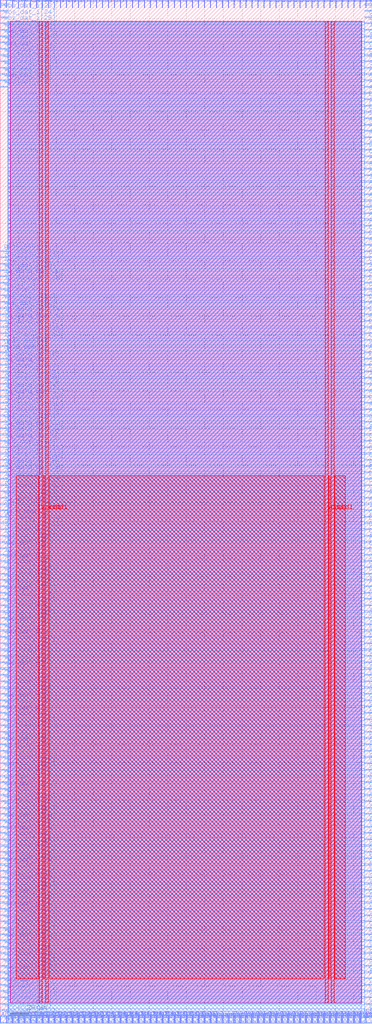
<source format=lef>
VERSION 5.7 ;
  NOWIREEXTENSIONATPIN ON ;
  DIVIDERCHAR "/" ;
  BUSBITCHARS "[]" ;
MACRO sample_team_proj_Wrapper
  CLASS BLOCK ;
  FOREIGN sample_team_proj_Wrapper ;
  ORIGIN 0.000 0.000 ;
  SIZE 200.000 BY 550.000 ;
  PIN ACK_I
    DIRECTION INPUT ;
    USE SIGNAL ;
    PORT
      LAYER met2 ;
        RECT 0.090 0.000 0.370 4.000 ;
    END
  END ACK_I
  PIN ADR_O[0]
    DIRECTION OUTPUT ;
    USE SIGNAL ;
    ANTENNADIFFAREA 0.445500 ;
    PORT
      LAYER met3 ;
        RECT 196.000 516.840 200.000 517.440 ;
    END
  END ADR_O[0]
  PIN ADR_O[10]
    DIRECTION OUTPUT ;
    USE SIGNAL ;
    ANTENNADIFFAREA 0.445500 ;
    PORT
      LAYER met3 ;
        RECT 196.000 23.840 200.000 24.440 ;
    END
  END ADR_O[10]
  PIN ADR_O[11]
    DIRECTION OUTPUT ;
    USE SIGNAL ;
    ANTENNADIFFAREA 0.445500 ;
    PORT
      LAYER met3 ;
        RECT 196.000 340.040 200.000 340.640 ;
    END
  END ADR_O[11]
  PIN ADR_O[12]
    DIRECTION OUTPUT ;
    USE SIGNAL ;
    ANTENNADIFFAREA 0.445500 ;
    PORT
      LAYER met3 ;
        RECT 196.000 459.040 200.000 459.640 ;
    END
  END ADR_O[12]
  PIN ADR_O[13]
    DIRECTION OUTPUT ;
    USE SIGNAL ;
    ANTENNADIFFAREA 0.445500 ;
    PORT
      LAYER met3 ;
        RECT 196.000 445.440 200.000 446.040 ;
    END
  END ADR_O[13]
  PIN ADR_O[14]
    DIRECTION OUTPUT ;
    USE SIGNAL ;
    ANTENNADIFFAREA 0.445500 ;
    PORT
      LAYER met3 ;
        RECT 196.000 499.840 200.000 500.440 ;
    END
  END ADR_O[14]
  PIN ADR_O[15]
    DIRECTION OUTPUT ;
    USE SIGNAL ;
    ANTENNADIFFAREA 0.445500 ;
    PORT
      LAYER met3 ;
        RECT 196.000 282.240 200.000 282.840 ;
    END
  END ADR_O[15]
  PIN ADR_O[16]
    DIRECTION OUTPUT ;
    USE SIGNAL ;
    ANTENNADIFFAREA 0.445500 ;
    PORT
      LAYER met3 ;
        RECT 196.000 442.040 200.000 442.640 ;
    END
  END ADR_O[16]
  PIN ADR_O[17]
    DIRECTION OUTPUT ;
    USE SIGNAL ;
    ANTENNADIFFAREA 0.445500 ;
    PORT
      LAYER met3 ;
        RECT 196.000 493.040 200.000 493.640 ;
    END
  END ADR_O[17]
  PIN ADR_O[18]
    DIRECTION OUTPUT ;
    USE SIGNAL ;
    ANTENNADIFFAREA 0.445500 ;
    PORT
      LAYER met3 ;
        RECT 196.000 414.840 200.000 415.440 ;
    END
  END ADR_O[18]
  PIN ADR_O[19]
    DIRECTION OUTPUT ;
    USE SIGNAL ;
    ANTENNADIFFAREA 0.445500 ;
    PORT
      LAYER met3 ;
        RECT 196.000 278.840 200.000 279.440 ;
    END
  END ADR_O[19]
  PIN ADR_O[1]
    DIRECTION OUTPUT ;
    USE SIGNAL ;
    ANTENNADIFFAREA 0.445500 ;
    PORT
      LAYER met3 ;
        RECT 196.000 336.640 200.000 337.240 ;
    END
  END ADR_O[1]
  PIN ADR_O[20]
    DIRECTION OUTPUT ;
    USE SIGNAL ;
    ANTENNADIFFAREA 0.445500 ;
    PORT
      LAYER met3 ;
        RECT 196.000 431.840 200.000 432.440 ;
    END
  END ADR_O[20]
  PIN ADR_O[21]
    DIRECTION OUTPUT ;
    USE SIGNAL ;
    ANTENNADIFFAREA 0.445500 ;
    PORT
      LAYER met3 ;
        RECT 196.000 455.640 200.000 456.240 ;
    END
  END ADR_O[21]
  PIN ADR_O[22]
    DIRECTION OUTPUT ;
    USE SIGNAL ;
    ANTENNADIFFAREA 0.445500 ;
    PORT
      LAYER met3 ;
        RECT 196.000 482.840 200.000 483.440 ;
    END
  END ADR_O[22]
  PIN ADR_O[23]
    DIRECTION OUTPUT ;
    USE SIGNAL ;
    ANTENNADIFFAREA 0.445500 ;
    PORT
      LAYER met3 ;
        RECT 196.000 479.440 200.000 480.040 ;
    END
  END ADR_O[23]
  PIN ADR_O[24]
    DIRECTION OUTPUT ;
    USE SIGNAL ;
    ANTENNADIFFAREA 0.445500 ;
    PORT
      LAYER met3 ;
        RECT 196.000 384.240 200.000 384.840 ;
    END
  END ADR_O[24]
  PIN ADR_O[25]
    DIRECTION OUTPUT ;
    USE SIGNAL ;
    ANTENNADIFFAREA 0.445500 ;
    PORT
      LAYER met3 ;
        RECT 196.000 503.240 200.000 503.840 ;
    END
  END ADR_O[25]
  PIN ADR_O[26]
    DIRECTION OUTPUT ;
    USE SIGNAL ;
    ANTENNADIFFAREA 0.445500 ;
    PORT
      LAYER met3 ;
        RECT 196.000 370.640 200.000 371.240 ;
    END
  END ADR_O[26]
  PIN ADR_O[27]
    DIRECTION OUTPUT ;
    USE SIGNAL ;
    ANTENNADIFFAREA 0.445500 ;
    PORT
      LAYER met3 ;
        RECT 196.000 258.440 200.000 259.040 ;
    END
  END ADR_O[27]
  PIN ADR_O[28]
    DIRECTION OUTPUT ;
    USE SIGNAL ;
    ANTENNADIFFAREA 0.445500 ;
    PORT
      LAYER met3 ;
        RECT 196.000 360.440 200.000 361.040 ;
    END
  END ADR_O[28]
  PIN ADR_O[29]
    DIRECTION OUTPUT ;
    USE SIGNAL ;
    ANTENNADIFFAREA 0.445500 ;
    PORT
      LAYER met3 ;
        RECT 196.000 428.440 200.000 429.040 ;
    END
  END ADR_O[29]
  PIN ADR_O[2]
    DIRECTION OUTPUT ;
    USE SIGNAL ;
    ANTENNADIFFAREA 0.445500 ;
    PORT
      LAYER met3 ;
        RECT 196.000 476.040 200.000 476.640 ;
    END
  END ADR_O[2]
  PIN ADR_O[30]
    DIRECTION OUTPUT ;
    USE SIGNAL ;
    ANTENNADIFFAREA 0.445500 ;
    PORT
      LAYER met3 ;
        RECT 196.000 462.440 200.000 463.040 ;
    END
  END ADR_O[30]
  PIN ADR_O[31]
    DIRECTION OUTPUT ;
    USE SIGNAL ;
    ANTENNADIFFAREA 0.445500 ;
    PORT
      LAYER met3 ;
        RECT 196.000 326.440 200.000 327.040 ;
    END
  END ADR_O[31]
  PIN ADR_O[3]
    DIRECTION OUTPUT ;
    USE SIGNAL ;
    ANTENNADIFFAREA 0.445500 ;
    PORT
      LAYER met3 ;
        RECT 196.000 329.840 200.000 330.440 ;
    END
  END ADR_O[3]
  PIN ADR_O[4]
    DIRECTION OUTPUT ;
    USE SIGNAL ;
    ANTENNADIFFAREA 0.445500 ;
    PORT
      LAYER met3 ;
        RECT 196.000 377.440 200.000 378.040 ;
    END
  END ADR_O[4]
  PIN ADR_O[5]
    DIRECTION OUTPUT ;
    USE SIGNAL ;
    ANTENNADIFFAREA 0.445500 ;
    PORT
      LAYER met3 ;
        RECT 196.000 510.040 200.000 510.640 ;
    END
  END ADR_O[5]
  PIN ADR_O[6]
    DIRECTION OUTPUT ;
    USE SIGNAL ;
    ANTENNADIFFAREA 0.445500 ;
    PORT
      LAYER met3 ;
        RECT 196.000 448.840 200.000 449.440 ;
    END
  END ADR_O[6]
  PIN ADR_O[7]
    DIRECTION OUTPUT ;
    USE SIGNAL ;
    ANTENNADIFFAREA 0.445500 ;
    PORT
      LAYER met3 ;
        RECT 196.000 506.640 200.000 507.240 ;
    END
  END ADR_O[7]
  PIN ADR_O[8]
    DIRECTION OUTPUT ;
    USE SIGNAL ;
    ANTENNADIFFAREA 0.445500 ;
    PORT
      LAYER met3 ;
        RECT 196.000 418.240 200.000 418.840 ;
    END
  END ADR_O[8]
  PIN ADR_O[9]
    DIRECTION OUTPUT ;
    USE SIGNAL ;
    ANTENNADIFFAREA 0.445500 ;
    PORT
      LAYER met3 ;
        RECT 196.000 234.640 200.000 235.240 ;
    END
  END ADR_O[9]
  PIN CYC_O
    DIRECTION OUTPUT ;
    USE SIGNAL ;
    ANTENNADIFFAREA 0.445500 ;
    PORT
      LAYER met3 ;
        RECT 196.000 333.240 200.000 333.840 ;
    END
  END CYC_O
  PIN DAT_I[0]
    DIRECTION INPUT ;
    USE SIGNAL ;
    PORT
      LAYER met2 ;
        RECT 3.310 0.000 3.590 4.000 ;
    END
  END DAT_I[0]
  PIN DAT_I[10]
    DIRECTION INPUT ;
    USE SIGNAL ;
    PORT
      LAYER met2 ;
        RECT 6.530 0.000 6.810 4.000 ;
    END
  END DAT_I[10]
  PIN DAT_I[11]
    DIRECTION INPUT ;
    USE SIGNAL ;
    PORT
      LAYER met2 ;
        RECT 9.750 0.000 10.030 4.000 ;
    END
  END DAT_I[11]
  PIN DAT_I[12]
    DIRECTION INPUT ;
    USE SIGNAL ;
    PORT
      LAYER met2 ;
        RECT 12.970 0.000 13.250 4.000 ;
    END
  END DAT_I[12]
  PIN DAT_I[13]
    DIRECTION INPUT ;
    USE SIGNAL ;
    PORT
      LAYER met2 ;
        RECT 16.190 0.000 16.470 4.000 ;
    END
  END DAT_I[13]
  PIN DAT_I[14]
    DIRECTION INPUT ;
    USE SIGNAL ;
    PORT
      LAYER met2 ;
        RECT 19.410 0.000 19.690 4.000 ;
    END
  END DAT_I[14]
  PIN DAT_I[15]
    DIRECTION INPUT ;
    USE SIGNAL ;
    PORT
      LAYER met2 ;
        RECT 22.630 0.000 22.910 4.000 ;
    END
  END DAT_I[15]
  PIN DAT_I[16]
    DIRECTION INPUT ;
    USE SIGNAL ;
    PORT
      LAYER met2 ;
        RECT 25.850 0.000 26.130 4.000 ;
    END
  END DAT_I[16]
  PIN DAT_I[17]
    DIRECTION INPUT ;
    USE SIGNAL ;
    PORT
      LAYER met2 ;
        RECT 29.070 0.000 29.350 4.000 ;
    END
  END DAT_I[17]
  PIN DAT_I[18]
    DIRECTION INPUT ;
    USE SIGNAL ;
    PORT
      LAYER met2 ;
        RECT 32.290 0.000 32.570 4.000 ;
    END
  END DAT_I[18]
  PIN DAT_I[19]
    DIRECTION INPUT ;
    USE SIGNAL ;
    PORT
      LAYER met2 ;
        RECT 35.510 0.000 35.790 4.000 ;
    END
  END DAT_I[19]
  PIN DAT_I[1]
    DIRECTION INPUT ;
    USE SIGNAL ;
    PORT
      LAYER met2 ;
        RECT 38.730 0.000 39.010 4.000 ;
    END
  END DAT_I[1]
  PIN DAT_I[20]
    DIRECTION INPUT ;
    USE SIGNAL ;
    PORT
      LAYER met2 ;
        RECT 41.950 0.000 42.230 4.000 ;
    END
  END DAT_I[20]
  PIN DAT_I[21]
    DIRECTION INPUT ;
    USE SIGNAL ;
    PORT
      LAYER met2 ;
        RECT 45.170 0.000 45.450 4.000 ;
    END
  END DAT_I[21]
  PIN DAT_I[22]
    DIRECTION INPUT ;
    USE SIGNAL ;
    PORT
      LAYER met2 ;
        RECT 48.390 0.000 48.670 4.000 ;
    END
  END DAT_I[22]
  PIN DAT_I[23]
    DIRECTION INPUT ;
    USE SIGNAL ;
    PORT
      LAYER met2 ;
        RECT 51.610 0.000 51.890 4.000 ;
    END
  END DAT_I[23]
  PIN DAT_I[24]
    DIRECTION INPUT ;
    USE SIGNAL ;
    PORT
      LAYER met2 ;
        RECT 54.830 0.000 55.110 4.000 ;
    END
  END DAT_I[24]
  PIN DAT_I[25]
    DIRECTION INPUT ;
    USE SIGNAL ;
    PORT
      LAYER met2 ;
        RECT 58.050 0.000 58.330 4.000 ;
    END
  END DAT_I[25]
  PIN DAT_I[26]
    DIRECTION INPUT ;
    USE SIGNAL ;
    PORT
      LAYER met2 ;
        RECT 61.270 0.000 61.550 4.000 ;
    END
  END DAT_I[26]
  PIN DAT_I[27]
    DIRECTION INPUT ;
    USE SIGNAL ;
    PORT
      LAYER met2 ;
        RECT 64.490 0.000 64.770 4.000 ;
    END
  END DAT_I[27]
  PIN DAT_I[28]
    DIRECTION INPUT ;
    USE SIGNAL ;
    PORT
      LAYER met2 ;
        RECT 67.710 0.000 67.990 4.000 ;
    END
  END DAT_I[28]
  PIN DAT_I[29]
    DIRECTION INPUT ;
    USE SIGNAL ;
    PORT
      LAYER met2 ;
        RECT 70.930 0.000 71.210 4.000 ;
    END
  END DAT_I[29]
  PIN DAT_I[2]
    DIRECTION INPUT ;
    USE SIGNAL ;
    PORT
      LAYER met2 ;
        RECT 74.150 0.000 74.430 4.000 ;
    END
  END DAT_I[2]
  PIN DAT_I[30]
    DIRECTION INPUT ;
    USE SIGNAL ;
    PORT
      LAYER met2 ;
        RECT 77.370 0.000 77.650 4.000 ;
    END
  END DAT_I[30]
  PIN DAT_I[31]
    DIRECTION INPUT ;
    USE SIGNAL ;
    PORT
      LAYER met2 ;
        RECT 80.590 0.000 80.870 4.000 ;
    END
  END DAT_I[31]
  PIN DAT_I[3]
    DIRECTION INPUT ;
    USE SIGNAL ;
    PORT
      LAYER met2 ;
        RECT 83.810 0.000 84.090 4.000 ;
    END
  END DAT_I[3]
  PIN DAT_I[4]
    DIRECTION INPUT ;
    USE SIGNAL ;
    PORT
      LAYER met2 ;
        RECT 87.030 0.000 87.310 4.000 ;
    END
  END DAT_I[4]
  PIN DAT_I[5]
    DIRECTION INPUT ;
    USE SIGNAL ;
    PORT
      LAYER met2 ;
        RECT 90.250 0.000 90.530 4.000 ;
    END
  END DAT_I[5]
  PIN DAT_I[6]
    DIRECTION INPUT ;
    USE SIGNAL ;
    PORT
      LAYER met2 ;
        RECT 93.470 0.000 93.750 4.000 ;
    END
  END DAT_I[6]
  PIN DAT_I[7]
    DIRECTION INPUT ;
    USE SIGNAL ;
    PORT
      LAYER met2 ;
        RECT 96.690 0.000 96.970 4.000 ;
    END
  END DAT_I[7]
  PIN DAT_I[8]
    DIRECTION INPUT ;
    USE SIGNAL ;
    PORT
      LAYER met2 ;
        RECT 99.910 0.000 100.190 4.000 ;
    END
  END DAT_I[8]
  PIN DAT_I[9]
    DIRECTION INPUT ;
    USE SIGNAL ;
    PORT
      LAYER met2 ;
        RECT 103.130 0.000 103.410 4.000 ;
    END
  END DAT_I[9]
  PIN DAT_O[0]
    DIRECTION OUTPUT ;
    USE SIGNAL ;
    ANTENNADIFFAREA 0.445500 ;
    PORT
      LAYER met3 ;
        RECT 196.000 295.840 200.000 296.440 ;
    END
  END DAT_O[0]
  PIN DAT_O[10]
    DIRECTION OUTPUT ;
    USE SIGNAL ;
    ANTENNADIFFAREA 0.445500 ;
    PORT
      LAYER met3 ;
        RECT 196.000 489.640 200.000 490.240 ;
    END
  END DAT_O[10]
  PIN DAT_O[11]
    DIRECTION OUTPUT ;
    USE SIGNAL ;
    ANTENNADIFFAREA 0.445500 ;
    PORT
      LAYER met3 ;
        RECT 196.000 316.240 200.000 316.840 ;
    END
  END DAT_O[11]
  PIN DAT_O[12]
    DIRECTION OUTPUT ;
    USE SIGNAL ;
    ANTENNADIFFAREA 0.445500 ;
    PORT
      LAYER met3 ;
        RECT 196.000 394.440 200.000 395.040 ;
    END
  END DAT_O[12]
  PIN DAT_O[13]
    DIRECTION OUTPUT ;
    USE SIGNAL ;
    ANTENNADIFFAREA 0.445500 ;
    PORT
      LAYER met3 ;
        RECT 196.000 421.640 200.000 422.240 ;
    END
  END DAT_O[13]
  PIN DAT_O[14]
    DIRECTION OUTPUT ;
    USE SIGNAL ;
    ANTENNADIFFAREA 0.445500 ;
    PORT
      LAYER met3 ;
        RECT 196.000 292.440 200.000 293.040 ;
    END
  END DAT_O[14]
  PIN DAT_O[15]
    DIRECTION OUTPUT ;
    USE SIGNAL ;
    ANTENNADIFFAREA 0.445500 ;
    PORT
      LAYER met3 ;
        RECT 196.000 397.840 200.000 398.440 ;
    END
  END DAT_O[15]
  PIN DAT_O[16]
    DIRECTION OUTPUT ;
    USE SIGNAL ;
    ANTENNADIFFAREA 0.445500 ;
    PORT
      LAYER met3 ;
        RECT 196.000 357.040 200.000 357.640 ;
    END
  END DAT_O[16]
  PIN DAT_O[17]
    DIRECTION OUTPUT ;
    USE SIGNAL ;
    ANTENNADIFFAREA 0.445500 ;
    PORT
      LAYER met3 ;
        RECT 196.000 312.840 200.000 313.440 ;
    END
  END DAT_O[17]
  PIN DAT_O[18]
    DIRECTION OUTPUT ;
    USE SIGNAL ;
    ANTENNADIFFAREA 0.445500 ;
    PORT
      LAYER met3 ;
        RECT 196.000 309.440 200.000 310.040 ;
    END
  END DAT_O[18]
  PIN DAT_O[19]
    DIRECTION OUTPUT ;
    USE SIGNAL ;
    ANTENNADIFFAREA 0.445500 ;
    PORT
      LAYER met3 ;
        RECT 196.000 401.240 200.000 401.840 ;
    END
  END DAT_O[19]
  PIN DAT_O[1]
    DIRECTION OUTPUT ;
    USE SIGNAL ;
    ANTENNADIFFAREA 0.445500 ;
    PORT
      LAYER met3 ;
        RECT 196.000 289.040 200.000 289.640 ;
    END
  END DAT_O[1]
  PIN DAT_O[20]
    DIRECTION OUTPUT ;
    USE SIGNAL ;
    ANTENNADIFFAREA 0.445500 ;
    PORT
      LAYER met3 ;
        RECT 196.000 408.040 200.000 408.640 ;
    END
  END DAT_O[20]
  PIN DAT_O[21]
    DIRECTION OUTPUT ;
    USE SIGNAL ;
    ANTENNADIFFAREA 0.445500 ;
    PORT
      LAYER met3 ;
        RECT 196.000 496.440 200.000 497.040 ;
    END
  END DAT_O[21]
  PIN DAT_O[22]
    DIRECTION OUTPUT ;
    USE SIGNAL ;
    ANTENNADIFFAREA 0.445500 ;
    PORT
      LAYER met3 ;
        RECT 196.000 367.240 200.000 367.840 ;
    END
  END DAT_O[22]
  PIN DAT_O[23]
    DIRECTION OUTPUT ;
    USE SIGNAL ;
    ANTENNADIFFAREA 0.445500 ;
    PORT
      LAYER met3 ;
        RECT 196.000 374.040 200.000 374.640 ;
    END
  END DAT_O[23]
  PIN DAT_O[24]
    DIRECTION OUTPUT ;
    USE SIGNAL ;
    ANTENNADIFFAREA 0.445500 ;
    PORT
      LAYER met3 ;
        RECT 196.000 469.240 200.000 469.840 ;
    END
  END DAT_O[24]
  PIN DAT_O[25]
    DIRECTION OUTPUT ;
    USE SIGNAL ;
    ANTENNADIFFAREA 0.445500 ;
    PORT
      LAYER met3 ;
        RECT 196.000 268.640 200.000 269.240 ;
    END
  END DAT_O[25]
  PIN DAT_O[26]
    DIRECTION OUTPUT ;
    USE SIGNAL ;
    ANTENNADIFFAREA 0.445500 ;
    PORT
      LAYER met3 ;
        RECT 196.000 380.840 200.000 381.440 ;
    END
  END DAT_O[26]
  PIN DAT_O[27]
    DIRECTION OUTPUT ;
    USE SIGNAL ;
    ANTENNADIFFAREA 0.445500 ;
    PORT
      LAYER met3 ;
        RECT 196.000 261.840 200.000 262.440 ;
    END
  END DAT_O[27]
  PIN DAT_O[28]
    DIRECTION OUTPUT ;
    USE SIGNAL ;
    ANTENNADIFFAREA 0.445500 ;
    PORT
      LAYER met3 ;
        RECT 196.000 265.240 200.000 265.840 ;
    END
  END DAT_O[28]
  PIN DAT_O[29]
    DIRECTION OUTPUT ;
    USE SIGNAL ;
    ANTENNADIFFAREA 0.445500 ;
    PORT
      LAYER met3 ;
        RECT 196.000 350.240 200.000 350.840 ;
    END
  END DAT_O[29]
  PIN DAT_O[2]
    DIRECTION OUTPUT ;
    USE SIGNAL ;
    ANTENNADIFFAREA 0.445500 ;
    PORT
      LAYER met3 ;
        RECT 196.000 387.640 200.000 388.240 ;
    END
  END DAT_O[2]
  PIN DAT_O[30]
    DIRECTION OUTPUT ;
    USE SIGNAL ;
    ANTENNADIFFAREA 0.445500 ;
    PORT
      LAYER met3 ;
        RECT 196.000 255.040 200.000 255.640 ;
    END
  END DAT_O[30]
  PIN DAT_O[31]
    DIRECTION OUTPUT ;
    USE SIGNAL ;
    ANTENNADIFFAREA 0.445500 ;
    PORT
      LAYER met3 ;
        RECT 196.000 302.640 200.000 303.240 ;
    END
  END DAT_O[31]
  PIN DAT_O[3]
    DIRECTION OUTPUT ;
    USE SIGNAL ;
    ANTENNADIFFAREA 0.445500 ;
    PORT
      LAYER met3 ;
        RECT 196.000 241.440 200.000 242.040 ;
    END
  END DAT_O[3]
  PIN DAT_O[4]
    DIRECTION OUTPUT ;
    USE SIGNAL ;
    ANTENNADIFFAREA 0.445500 ;
    PORT
      LAYER met3 ;
        RECT 196.000 411.440 200.000 412.040 ;
    END
  END DAT_O[4]
  PIN DAT_O[5]
    DIRECTION OUTPUT ;
    USE SIGNAL ;
    ANTENNADIFFAREA 0.445500 ;
    PORT
      LAYER met3 ;
        RECT 196.000 435.240 200.000 435.840 ;
    END
  END DAT_O[5]
  PIN DAT_O[6]
    DIRECTION OUTPUT ;
    USE SIGNAL ;
    ANTENNADIFFAREA 0.445500 ;
    PORT
      LAYER met3 ;
        RECT 196.000 425.040 200.000 425.640 ;
    END
  END DAT_O[6]
  PIN DAT_O[7]
    DIRECTION OUTPUT ;
    USE SIGNAL ;
    ANTENNADIFFAREA 0.445500 ;
    PORT
      LAYER met3 ;
        RECT 196.000 306.040 200.000 306.640 ;
    END
  END DAT_O[7]
  PIN DAT_O[8]
    DIRECTION OUTPUT ;
    USE SIGNAL ;
    ANTENNADIFFAREA 0.445500 ;
    PORT
      LAYER met3 ;
        RECT 196.000 251.640 200.000 252.240 ;
    END
  END DAT_O[8]
  PIN DAT_O[9]
    DIRECTION OUTPUT ;
    USE SIGNAL ;
    ANTENNADIFFAREA 0.445500 ;
    PORT
      LAYER met3 ;
        RECT 196.000 465.840 200.000 466.440 ;
    END
  END DAT_O[9]
  PIN SEL_O[0]
    DIRECTION OUTPUT ;
    USE SIGNAL ;
    ANTENNADIFFAREA 0.445500 ;
    PORT
      LAYER met3 ;
        RECT 196.000 452.240 200.000 452.840 ;
    END
  END SEL_O[0]
  PIN SEL_O[1]
    DIRECTION OUTPUT ;
    USE SIGNAL ;
    ANTENNADIFFAREA 0.445500 ;
    PORT
      LAYER met3 ;
        RECT 196.000 486.240 200.000 486.840 ;
    END
  END SEL_O[1]
  PIN SEL_O[2]
    DIRECTION OUTPUT ;
    USE SIGNAL ;
    ANTENNADIFFAREA 0.445500 ;
    PORT
      LAYER met3 ;
        RECT 196.000 513.440 200.000 514.040 ;
    END
  END SEL_O[2]
  PIN SEL_O[3]
    DIRECTION OUTPUT ;
    USE SIGNAL ;
    ANTENNADIFFAREA 0.445500 ;
    PORT
      LAYER met3 ;
        RECT 196.000 353.640 200.000 354.240 ;
    END
  END SEL_O[3]
  PIN STB_O
    DIRECTION OUTPUT ;
    USE SIGNAL ;
    ANTENNADIFFAREA 0.445500 ;
    PORT
      LAYER met3 ;
        RECT 196.000 404.640 200.000 405.240 ;
    END
  END STB_O
  PIN WE_O
    DIRECTION OUTPUT ;
    USE SIGNAL ;
    ANTENNADIFFAREA 0.445500 ;
    PORT
      LAYER met3 ;
        RECT 196.000 343.440 200.000 344.040 ;
    END
  END WE_O
  PIN gpio_in[0]
    DIRECTION INPUT ;
    USE SIGNAL ;
    PORT
      LAYER met2 ;
        RECT 106.350 0.000 106.630 4.000 ;
    END
  END gpio_in[0]
  PIN gpio_in[10]
    DIRECTION INPUT ;
    USE SIGNAL ;
    PORT
      LAYER met2 ;
        RECT 109.570 0.000 109.850 4.000 ;
    END
  END gpio_in[10]
  PIN gpio_in[11]
    DIRECTION INPUT ;
    USE SIGNAL ;
    PORT
      LAYER met2 ;
        RECT 112.790 0.000 113.070 4.000 ;
    END
  END gpio_in[11]
  PIN gpio_in[12]
    DIRECTION INPUT ;
    USE SIGNAL ;
    PORT
      LAYER met2 ;
        RECT 116.010 0.000 116.290 4.000 ;
    END
  END gpio_in[12]
  PIN gpio_in[13]
    DIRECTION INPUT ;
    USE SIGNAL ;
    PORT
      LAYER met2 ;
        RECT 119.230 0.000 119.510 4.000 ;
    END
  END gpio_in[13]
  PIN gpio_in[14]
    DIRECTION INPUT ;
    USE SIGNAL ;
    PORT
      LAYER met2 ;
        RECT 122.450 0.000 122.730 4.000 ;
    END
  END gpio_in[14]
  PIN gpio_in[15]
    DIRECTION INPUT ;
    USE SIGNAL ;
    PORT
      LAYER met2 ;
        RECT 125.670 0.000 125.950 4.000 ;
    END
  END gpio_in[15]
  PIN gpio_in[16]
    DIRECTION INPUT ;
    USE SIGNAL ;
    PORT
      LAYER met2 ;
        RECT 128.890 0.000 129.170 4.000 ;
    END
  END gpio_in[16]
  PIN gpio_in[17]
    DIRECTION INPUT ;
    USE SIGNAL ;
    PORT
      LAYER met2 ;
        RECT 132.110 0.000 132.390 4.000 ;
    END
  END gpio_in[17]
  PIN gpio_in[18]
    DIRECTION INPUT ;
    USE SIGNAL ;
    PORT
      LAYER met2 ;
        RECT 135.330 0.000 135.610 4.000 ;
    END
  END gpio_in[18]
  PIN gpio_in[19]
    DIRECTION INPUT ;
    USE SIGNAL ;
    PORT
      LAYER met2 ;
        RECT 138.550 0.000 138.830 4.000 ;
    END
  END gpio_in[19]
  PIN gpio_in[1]
    DIRECTION INPUT ;
    USE SIGNAL ;
    PORT
      LAYER met2 ;
        RECT 141.770 0.000 142.050 4.000 ;
    END
  END gpio_in[1]
  PIN gpio_in[20]
    DIRECTION INPUT ;
    USE SIGNAL ;
    PORT
      LAYER met2 ;
        RECT 144.990 0.000 145.270 4.000 ;
    END
  END gpio_in[20]
  PIN gpio_in[21]
    DIRECTION INPUT ;
    USE SIGNAL ;
    PORT
      LAYER met2 ;
        RECT 148.210 0.000 148.490 4.000 ;
    END
  END gpio_in[21]
  PIN gpio_in[22]
    DIRECTION INPUT ;
    USE SIGNAL ;
    PORT
      LAYER met2 ;
        RECT 151.430 0.000 151.710 4.000 ;
    END
  END gpio_in[22]
  PIN gpio_in[23]
    DIRECTION INPUT ;
    USE SIGNAL ;
    PORT
      LAYER met2 ;
        RECT 154.650 0.000 154.930 4.000 ;
    END
  END gpio_in[23]
  PIN gpio_in[24]
    DIRECTION INPUT ;
    USE SIGNAL ;
    PORT
      LAYER met2 ;
        RECT 157.870 0.000 158.150 4.000 ;
    END
  END gpio_in[24]
  PIN gpio_in[25]
    DIRECTION INPUT ;
    USE SIGNAL ;
    PORT
      LAYER met2 ;
        RECT 161.090 0.000 161.370 4.000 ;
    END
  END gpio_in[25]
  PIN gpio_in[26]
    DIRECTION INPUT ;
    USE SIGNAL ;
    PORT
      LAYER met2 ;
        RECT 164.310 0.000 164.590 4.000 ;
    END
  END gpio_in[26]
  PIN gpio_in[27]
    DIRECTION INPUT ;
    USE SIGNAL ;
    PORT
      LAYER met2 ;
        RECT 167.530 0.000 167.810 4.000 ;
    END
  END gpio_in[27]
  PIN gpio_in[28]
    DIRECTION INPUT ;
    USE SIGNAL ;
    PORT
      LAYER met2 ;
        RECT 170.750 0.000 171.030 4.000 ;
    END
  END gpio_in[28]
  PIN gpio_in[29]
    DIRECTION INPUT ;
    USE SIGNAL ;
    PORT
      LAYER met2 ;
        RECT 173.970 0.000 174.250 4.000 ;
    END
  END gpio_in[29]
  PIN gpio_in[2]
    DIRECTION INPUT ;
    USE SIGNAL ;
    PORT
      LAYER met2 ;
        RECT 177.190 0.000 177.470 4.000 ;
    END
  END gpio_in[2]
  PIN gpio_in[30]
    DIRECTION INPUT ;
    USE SIGNAL ;
    PORT
      LAYER met2 ;
        RECT 180.410 0.000 180.690 4.000 ;
    END
  END gpio_in[30]
  PIN gpio_in[31]
    DIRECTION INPUT ;
    USE SIGNAL ;
    PORT
      LAYER met2 ;
        RECT 183.630 0.000 183.910 4.000 ;
    END
  END gpio_in[31]
  PIN gpio_in[32]
    DIRECTION INPUT ;
    USE SIGNAL ;
    PORT
      LAYER met2 ;
        RECT 186.850 0.000 187.130 4.000 ;
    END
  END gpio_in[32]
  PIN gpio_in[33]
    DIRECTION INPUT ;
    USE SIGNAL ;
    PORT
      LAYER met2 ;
        RECT 190.070 0.000 190.350 4.000 ;
    END
  END gpio_in[33]
  PIN gpio_in[34]
    DIRECTION INPUT ;
    USE SIGNAL ;
    PORT
      LAYER met2 ;
        RECT 193.290 0.000 193.570 4.000 ;
    END
  END gpio_in[34]
  PIN gpio_in[35]
    DIRECTION INPUT ;
    USE SIGNAL ;
    PORT
      LAYER met2 ;
        RECT 196.510 0.000 196.790 4.000 ;
    END
  END gpio_in[35]
  PIN gpio_in[36]
    DIRECTION INPUT ;
    USE SIGNAL ;
    PORT
      LAYER met3 ;
        RECT 196.000 0.040 200.000 0.640 ;
    END
  END gpio_in[36]
  PIN gpio_in[37]
    DIRECTION INPUT ;
    USE SIGNAL ;
    PORT
      LAYER met3 ;
        RECT 196.000 17.040 200.000 17.640 ;
    END
  END gpio_in[37]
  PIN gpio_in[3]
    DIRECTION INPUT ;
    USE SIGNAL ;
    PORT
      LAYER met3 ;
        RECT 196.000 6.840 200.000 7.440 ;
    END
  END gpio_in[3]
  PIN gpio_in[4]
    DIRECTION INPUT ;
    USE SIGNAL ;
    PORT
      LAYER met3 ;
        RECT 196.000 540.640 200.000 541.240 ;
    END
  END gpio_in[4]
  PIN gpio_in[5]
    DIRECTION INPUT ;
    USE SIGNAL ;
    PORT
      LAYER met3 ;
        RECT 196.000 520.240 200.000 520.840 ;
    END
  END gpio_in[5]
  PIN gpio_in[6]
    DIRECTION INPUT ;
    USE SIGNAL ;
    PORT
      LAYER met3 ;
        RECT 196.000 530.440 200.000 531.040 ;
    END
  END gpio_in[6]
  PIN gpio_in[7]
    DIRECTION INPUT ;
    USE SIGNAL ;
    PORT
      LAYER met3 ;
        RECT 196.000 523.640 200.000 524.240 ;
    END
  END gpio_in[7]
  PIN gpio_in[8]
    DIRECTION INPUT ;
    USE SIGNAL ;
    PORT
      LAYER met3 ;
        RECT 196.000 10.240 200.000 10.840 ;
    END
  END gpio_in[8]
  PIN gpio_in[9]
    DIRECTION INPUT ;
    USE SIGNAL ;
    PORT
      LAYER met3 ;
        RECT 196.000 13.640 200.000 14.240 ;
    END
  END gpio_in[9]
  PIN gpio_oeb[0]
    DIRECTION OUTPUT ;
    USE SIGNAL ;
    ANTENNADIFFAREA 0.445500 ;
    PORT
      LAYER met3 ;
        RECT 196.000 108.840 200.000 109.440 ;
    END
  END gpio_oeb[0]
  PIN gpio_oeb[10]
    DIRECTION OUTPUT ;
    USE SIGNAL ;
    ANTENNADIFFAREA 0.445500 ;
    PORT
      LAYER met3 ;
        RECT 196.000 98.640 200.000 99.240 ;
    END
  END gpio_oeb[10]
  PIN gpio_oeb[11]
    DIRECTION OUTPUT ;
    USE SIGNAL ;
    ANTENNADIFFAREA 0.445500 ;
    PORT
      LAYER met3 ;
        RECT 196.000 81.640 200.000 82.240 ;
    END
  END gpio_oeb[11]
  PIN gpio_oeb[12]
    DIRECTION OUTPUT ;
    USE SIGNAL ;
    ANTENNADIFFAREA 0.445500 ;
    PORT
      LAYER met3 ;
        RECT 196.000 74.840 200.000 75.440 ;
    END
  END gpio_oeb[12]
  PIN gpio_oeb[13]
    DIRECTION OUTPUT ;
    USE SIGNAL ;
    ANTENNADIFFAREA 0.445500 ;
    PORT
      LAYER met3 ;
        RECT 196.000 238.040 200.000 238.640 ;
    END
  END gpio_oeb[13]
  PIN gpio_oeb[14]
    DIRECTION OUTPUT ;
    USE SIGNAL ;
    ANTENNADIFFAREA 0.445500 ;
    PORT
      LAYER met3 ;
        RECT 196.000 44.240 200.000 44.840 ;
    END
  END gpio_oeb[14]
  PIN gpio_oeb[15]
    DIRECTION OUTPUT ;
    USE SIGNAL ;
    ANTENNADIFFAREA 0.445500 ;
    PORT
      LAYER met3 ;
        RECT 196.000 244.840 200.000 245.440 ;
    END
  END gpio_oeb[15]
  PIN gpio_oeb[16]
    DIRECTION OUTPUT ;
    USE SIGNAL ;
    ANTENNADIFFAREA 0.445500 ;
    PORT
      LAYER met3 ;
        RECT 196.000 299.240 200.000 299.840 ;
    END
  END gpio_oeb[16]
  PIN gpio_oeb[17]
    DIRECTION OUTPUT ;
    USE SIGNAL ;
    ANTENNADIFFAREA 0.445500 ;
    PORT
      LAYER met3 ;
        RECT 196.000 68.040 200.000 68.640 ;
    END
  END gpio_oeb[17]
  PIN gpio_oeb[18]
    DIRECTION OUTPUT ;
    USE SIGNAL ;
    ANTENNADIFFAREA 0.445500 ;
    PORT
      LAYER met3 ;
        RECT 196.000 285.640 200.000 286.240 ;
    END
  END gpio_oeb[18]
  PIN gpio_oeb[19]
    DIRECTION OUTPUT ;
    USE SIGNAL ;
    ANTENNADIFFAREA 0.445500 ;
    PORT
      LAYER met3 ;
        RECT 196.000 71.440 200.000 72.040 ;
    END
  END gpio_oeb[19]
  PIN gpio_oeb[1]
    DIRECTION OUTPUT ;
    USE SIGNAL ;
    ANTENNADIFFAREA 0.445500 ;
    PORT
      LAYER met3 ;
        RECT 0.000 414.840 4.000 415.440 ;
    END
  END gpio_oeb[1]
  PIN gpio_oeb[20]
    DIRECTION OUTPUT ;
    USE SIGNAL ;
    ANTENNADIFFAREA 0.445500 ;
    PORT
      LAYER met3 ;
        RECT 196.000 78.240 200.000 78.840 ;
    END
  END gpio_oeb[20]
  PIN gpio_oeb[21]
    DIRECTION OUTPUT ;
    USE SIGNAL ;
    ANTENNADIFFAREA 0.445500 ;
    PORT
      LAYER met3 ;
        RECT 196.000 272.040 200.000 272.640 ;
    END
  END gpio_oeb[21]
  PIN gpio_oeb[22]
    DIRECTION OUTPUT ;
    USE SIGNAL ;
    ANTENNADIFFAREA 0.445500 ;
    PORT
      LAYER met3 ;
        RECT 196.000 88.440 200.000 89.040 ;
    END
  END gpio_oeb[22]
  PIN gpio_oeb[23]
    DIRECTION OUTPUT ;
    USE SIGNAL ;
    ANTENNADIFFAREA 0.445500 ;
    PORT
      LAYER met3 ;
        RECT 196.000 91.840 200.000 92.440 ;
    END
  END gpio_oeb[23]
  PIN gpio_oeb[24]
    DIRECTION OUTPUT ;
    USE SIGNAL ;
    ANTENNADIFFAREA 0.445500 ;
    PORT
      LAYER met3 ;
        RECT 196.000 323.040 200.000 323.640 ;
    END
  END gpio_oeb[24]
  PIN gpio_oeb[25]
    DIRECTION OUTPUT ;
    USE SIGNAL ;
    ANTENNADIFFAREA 0.445500 ;
    PORT
      LAYER met3 ;
        RECT 196.000 54.440 200.000 55.040 ;
    END
  END gpio_oeb[25]
  PIN gpio_oeb[26]
    DIRECTION OUTPUT ;
    USE SIGNAL ;
    ANTENNADIFFAREA 0.445500 ;
    PORT
      LAYER met3 ;
        RECT 196.000 95.240 200.000 95.840 ;
    END
  END gpio_oeb[26]
  PIN gpio_oeb[27]
    DIRECTION OUTPUT ;
    USE SIGNAL ;
    ANTENNADIFFAREA 0.445500 ;
    PORT
      LAYER met3 ;
        RECT 196.000 64.640 200.000 65.240 ;
    END
  END gpio_oeb[27]
  PIN gpio_oeb[28]
    DIRECTION OUTPUT ;
    USE SIGNAL ;
    ANTENNADIFFAREA 0.445500 ;
    PORT
      LAYER met3 ;
        RECT 196.000 85.040 200.000 85.640 ;
    END
  END gpio_oeb[28]
  PIN gpio_oeb[29]
    DIRECTION OUTPUT ;
    USE SIGNAL ;
    ANTENNADIFFAREA 0.445500 ;
    PORT
      LAYER met3 ;
        RECT 196.000 248.240 200.000 248.840 ;
    END
  END gpio_oeb[29]
  PIN gpio_oeb[2]
    DIRECTION OUTPUT ;
    USE SIGNAL ;
    ANTENNADIFFAREA 0.445500 ;
    PORT
      LAYER met3 ;
        RECT 0.000 272.040 4.000 272.640 ;
    END
  END gpio_oeb[2]
  PIN gpio_oeb[30]
    DIRECTION OUTPUT ;
    USE SIGNAL ;
    ANTENNADIFFAREA 0.445500 ;
    PORT
      LAYER met3 ;
        RECT 196.000 40.840 200.000 41.440 ;
    END
  END gpio_oeb[30]
  PIN gpio_oeb[31]
    DIRECTION OUTPUT ;
    USE SIGNAL ;
    ANTENNADIFFAREA 0.445500 ;
    PORT
      LAYER met3 ;
        RECT 196.000 105.440 200.000 106.040 ;
    END
  END gpio_oeb[31]
  PIN gpio_oeb[32]
    DIRECTION OUTPUT ;
    USE SIGNAL ;
    ANTENNADIFFAREA 0.445500 ;
    PORT
      LAYER met3 ;
        RECT 196.000 112.240 200.000 112.840 ;
    END
  END gpio_oeb[32]
  PIN gpio_oeb[33]
    DIRECTION OUTPUT ;
    USE SIGNAL ;
    ANTENNADIFFAREA 0.445500 ;
    PORT
      LAYER met3 ;
        RECT 196.000 102.040 200.000 102.640 ;
    END
  END gpio_oeb[33]
  PIN gpio_oeb[34]
    DIRECTION OUTPUT ;
    USE SIGNAL ;
    ANTENNADIFFAREA 0.445500 ;
    PORT
      LAYER met3 ;
        RECT 196.000 27.240 200.000 27.840 ;
    END
  END gpio_oeb[34]
  PIN gpio_oeb[35]
    DIRECTION OUTPUT ;
    USE SIGNAL ;
    ANTENNADIFFAREA 0.445500 ;
    PORT
      LAYER met3 ;
        RECT 196.000 34.040 200.000 34.640 ;
    END
  END gpio_oeb[35]
  PIN gpio_oeb[36]
    DIRECTION OUTPUT ;
    USE SIGNAL ;
    ANTENNADIFFAREA 0.445500 ;
    PORT
      LAYER met3 ;
        RECT 196.000 30.640 200.000 31.240 ;
    END
  END gpio_oeb[36]
  PIN gpio_oeb[37]
    DIRECTION OUTPUT ;
    USE SIGNAL ;
    ANTENNADIFFAREA 0.445500 ;
    PORT
      LAYER met3 ;
        RECT 196.000 20.440 200.000 21.040 ;
    END
  END gpio_oeb[37]
  PIN gpio_oeb[3]
    DIRECTION OUTPUT ;
    USE SIGNAL ;
    ANTENNADIFFAREA 0.445500 ;
    PORT
      LAYER met3 ;
        RECT 0.000 360.440 4.000 361.040 ;
    END
  END gpio_oeb[3]
  PIN gpio_oeb[4]
    DIRECTION OUTPUT ;
    USE SIGNAL ;
    ANTENNADIFFAREA 0.445500 ;
    PORT
      LAYER met3 ;
        RECT 0.000 363.840 4.000 364.440 ;
    END
  END gpio_oeb[4]
  PIN gpio_oeb[5]
    DIRECTION OUTPUT ;
    USE SIGNAL ;
    ANTENNADIFFAREA 0.445500 ;
    PORT
      LAYER met3 ;
        RECT 196.000 37.440 200.000 38.040 ;
    END
  END gpio_oeb[5]
  PIN gpio_oeb[6]
    DIRECTION OUTPUT ;
    USE SIGNAL ;
    ANTENNADIFFAREA 0.445500 ;
    PORT
      LAYER met3 ;
        RECT 196.000 57.840 200.000 58.440 ;
    END
  END gpio_oeb[6]
  PIN gpio_oeb[7]
    DIRECTION OUTPUT ;
    USE SIGNAL ;
    ANTENNADIFFAREA 0.445500 ;
    PORT
      LAYER met3 ;
        RECT 196.000 61.240 200.000 61.840 ;
    END
  END gpio_oeb[7]
  PIN gpio_oeb[8]
    DIRECTION OUTPUT ;
    USE SIGNAL ;
    ANTENNADIFFAREA 0.445500 ;
    PORT
      LAYER met3 ;
        RECT 196.000 51.040 200.000 51.640 ;
    END
  END gpio_oeb[8]
  PIN gpio_oeb[9]
    DIRECTION OUTPUT ;
    USE SIGNAL ;
    ANTENNADIFFAREA 0.445500 ;
    PORT
      LAYER met3 ;
        RECT 196.000 47.640 200.000 48.240 ;
    END
  END gpio_oeb[9]
  PIN gpio_out[0]
    DIRECTION OUTPUT ;
    USE SIGNAL ;
    ANTENNADIFFAREA 0.445500 ;
    PORT
      LAYER met3 ;
        RECT 196.000 115.640 200.000 116.240 ;
    END
  END gpio_out[0]
  PIN gpio_out[10]
    DIRECTION OUTPUT ;
    USE SIGNAL ;
    ANTENNADIFFAREA 0.445500 ;
    PORT
      LAYER met3 ;
        RECT 196.000 221.040 200.000 221.640 ;
    END
  END gpio_out[10]
  PIN gpio_out[11]
    DIRECTION OUTPUT ;
    USE SIGNAL ;
    ANTENNADIFFAREA 0.445500 ;
    PORT
      LAYER met3 ;
        RECT 196.000 136.040 200.000 136.640 ;
    END
  END gpio_out[11]
  PIN gpio_out[12]
    DIRECTION OUTPUT ;
    USE SIGNAL ;
    ANTENNADIFFAREA 0.445500 ;
    PORT
      LAYER met3 ;
        RECT 196.000 170.040 200.000 170.640 ;
    END
  END gpio_out[12]
  PIN gpio_out[13]
    DIRECTION OUTPUT ;
    USE SIGNAL ;
    ANTENNADIFFAREA 0.445500 ;
    PORT
      LAYER met3 ;
        RECT 196.000 183.640 200.000 184.240 ;
    END
  END gpio_out[13]
  PIN gpio_out[14]
    DIRECTION OUTPUT ;
    USE SIGNAL ;
    ANTENNADIFFAREA 0.445500 ;
    PORT
      LAYER met3 ;
        RECT 196.000 200.640 200.000 201.240 ;
    END
  END gpio_out[14]
  PIN gpio_out[15]
    DIRECTION OUTPUT ;
    USE SIGNAL ;
    ANTENNADIFFAREA 0.445500 ;
    PORT
      LAYER met3 ;
        RECT 196.000 159.840 200.000 160.440 ;
    END
  END gpio_out[15]
  PIN gpio_out[16]
    DIRECTION OUTPUT ;
    USE SIGNAL ;
    ANTENNADIFFAREA 0.445500 ;
    PORT
      LAYER met3 ;
        RECT 196.000 224.440 200.000 225.040 ;
    END
  END gpio_out[16]
  PIN gpio_out[17]
    DIRECTION OUTPUT ;
    USE SIGNAL ;
    ANTENNADIFFAREA 0.445500 ;
    PORT
      LAYER met3 ;
        RECT 196.000 119.040 200.000 119.640 ;
    END
  END gpio_out[17]
  PIN gpio_out[18]
    DIRECTION OUTPUT ;
    USE SIGNAL ;
    ANTENNADIFFAREA 0.445500 ;
    PORT
      LAYER met3 ;
        RECT 196.000 207.440 200.000 208.040 ;
    END
  END gpio_out[18]
  PIN gpio_out[19]
    DIRECTION OUTPUT ;
    USE SIGNAL ;
    ANTENNADIFFAREA 0.445500 ;
    PORT
      LAYER met3 ;
        RECT 196.000 210.840 200.000 211.440 ;
    END
  END gpio_out[19]
  PIN gpio_out[1]
    DIRECTION OUTPUT ;
    USE SIGNAL ;
    ANTENNADIFFAREA 0.445500 ;
    PORT
      LAYER met3 ;
        RECT 196.000 363.840 200.000 364.440 ;
    END
  END gpio_out[1]
  PIN gpio_out[20]
    DIRECTION OUTPUT ;
    USE SIGNAL ;
    ANTENNADIFFAREA 0.445500 ;
    PORT
      LAYER met3 ;
        RECT 196.000 217.640 200.000 218.240 ;
    END
  END gpio_out[20]
  PIN gpio_out[21]
    DIRECTION OUTPUT ;
    USE SIGNAL ;
    ANTENNADIFFAREA 0.445500 ;
    PORT
      LAYER met3 ;
        RECT 196.000 146.240 200.000 146.840 ;
    END
  END gpio_out[21]
  PIN gpio_out[22]
    DIRECTION OUTPUT ;
    USE SIGNAL ;
    ANTENNADIFFAREA 0.445500 ;
    PORT
      LAYER met3 ;
        RECT 196.000 193.840 200.000 194.440 ;
    END
  END gpio_out[22]
  PIN gpio_out[23]
    DIRECTION OUTPUT ;
    USE SIGNAL ;
    ANTENNADIFFAREA 0.445500 ;
    PORT
      LAYER met3 ;
        RECT 196.000 180.240 200.000 180.840 ;
    END
  END gpio_out[23]
  PIN gpio_out[24]
    DIRECTION OUTPUT ;
    USE SIGNAL ;
    ANTENNADIFFAREA 0.445500 ;
    PORT
      LAYER met3 ;
        RECT 196.000 149.640 200.000 150.240 ;
    END
  END gpio_out[24]
  PIN gpio_out[25]
    DIRECTION OUTPUT ;
    USE SIGNAL ;
    ANTENNADIFFAREA 0.445500 ;
    PORT
      LAYER met3 ;
        RECT 196.000 129.240 200.000 129.840 ;
    END
  END gpio_out[25]
  PIN gpio_out[26]
    DIRECTION OUTPUT ;
    USE SIGNAL ;
    ANTENNADIFFAREA 0.445500 ;
    PORT
      LAYER met3 ;
        RECT 196.000 231.240 200.000 231.840 ;
    END
  END gpio_out[26]
  PIN gpio_out[27]
    DIRECTION OUTPUT ;
    USE SIGNAL ;
    ANTENNADIFFAREA 0.445500 ;
    PORT
      LAYER met3 ;
        RECT 196.000 166.640 200.000 167.240 ;
    END
  END gpio_out[27]
  PIN gpio_out[28]
    DIRECTION OUTPUT ;
    USE SIGNAL ;
    ANTENNADIFFAREA 0.445500 ;
    PORT
      LAYER met3 ;
        RECT 196.000 173.440 200.000 174.040 ;
    END
  END gpio_out[28]
  PIN gpio_out[29]
    DIRECTION OUTPUT ;
    USE SIGNAL ;
    ANTENNADIFFAREA 0.445500 ;
    PORT
      LAYER met3 ;
        RECT 196.000 163.240 200.000 163.840 ;
    END
  END gpio_out[29]
  PIN gpio_out[2]
    DIRECTION OUTPUT ;
    USE SIGNAL ;
    ANTENNADIFFAREA 0.445500 ;
    PORT
      LAYER met3 ;
        RECT 196.000 438.640 200.000 439.240 ;
    END
  END gpio_out[2]
  PIN gpio_out[30]
    DIRECTION OUTPUT ;
    USE SIGNAL ;
    ANTENNADIFFAREA 0.445500 ;
    PORT
      LAYER met3 ;
        RECT 196.000 197.240 200.000 197.840 ;
    END
  END gpio_out[30]
  PIN gpio_out[31]
    DIRECTION OUTPUT ;
    USE SIGNAL ;
    ANTENNADIFFAREA 0.445500 ;
    PORT
      LAYER met3 ;
        RECT 196.000 204.040 200.000 204.640 ;
    END
  END gpio_out[31]
  PIN gpio_out[32]
    DIRECTION OUTPUT ;
    USE SIGNAL ;
    ANTENNADIFFAREA 0.445500 ;
    PORT
      LAYER met3 ;
        RECT 196.000 227.840 200.000 228.440 ;
    END
  END gpio_out[32]
  PIN gpio_out[33]
    DIRECTION OUTPUT ;
    USE SIGNAL ;
    ANTENNADIFFAREA 0.445500 ;
    PORT
      LAYER met3 ;
        RECT 196.000 125.840 200.000 126.440 ;
    END
  END gpio_out[33]
  PIN gpio_out[34]
    DIRECTION OUTPUT ;
    USE SIGNAL ;
    ANTENNADIFFAREA 0.445500 ;
    PORT
      LAYER met3 ;
        RECT 196.000 132.640 200.000 133.240 ;
    END
  END gpio_out[34]
  PIN gpio_out[35]
    DIRECTION OUTPUT ;
    USE SIGNAL ;
    ANTENNADIFFAREA 0.445500 ;
    PORT
      LAYER met3 ;
        RECT 196.000 153.040 200.000 153.640 ;
    END
  END gpio_out[35]
  PIN gpio_out[36]
    DIRECTION OUTPUT ;
    USE SIGNAL ;
    ANTENNADIFFAREA 0.445500 ;
    PORT
      LAYER met3 ;
        RECT 196.000 187.040 200.000 187.640 ;
    END
  END gpio_out[36]
  PIN gpio_out[37]
    DIRECTION OUTPUT ;
    USE SIGNAL ;
    ANTENNADIFFAREA 0.445500 ;
    PORT
      LAYER met3 ;
        RECT 196.000 142.840 200.000 143.440 ;
    END
  END gpio_out[37]
  PIN gpio_out[3]
    DIRECTION OUTPUT ;
    USE SIGNAL ;
    ANTENNADIFFAREA 0.445500 ;
    PORT
      LAYER met3 ;
        RECT 196.000 472.640 200.000 473.240 ;
    END
  END gpio_out[3]
  PIN gpio_out[4]
    DIRECTION OUTPUT ;
    USE SIGNAL ;
    ANTENNADIFFAREA 0.445500 ;
    PORT
      LAYER met3 ;
        RECT 196.000 319.640 200.000 320.240 ;
    END
  END gpio_out[4]
  PIN gpio_out[5]
    DIRECTION OUTPUT ;
    USE SIGNAL ;
    ANTENNADIFFAREA 0.445500 ;
    PORT
      LAYER met3 ;
        RECT 196.000 139.440 200.000 140.040 ;
    END
  END gpio_out[5]
  PIN gpio_out[6]
    DIRECTION OUTPUT ;
    USE SIGNAL ;
    ANTENNADIFFAREA 0.445500 ;
    PORT
      LAYER met3 ;
        RECT 196.000 190.440 200.000 191.040 ;
    END
  END gpio_out[6]
  PIN gpio_out[7]
    DIRECTION OUTPUT ;
    USE SIGNAL ;
    ANTENNADIFFAREA 0.445500 ;
    PORT
      LAYER met3 ;
        RECT 196.000 176.840 200.000 177.440 ;
    END
  END gpio_out[7]
  PIN gpio_out[8]
    DIRECTION OUTPUT ;
    USE SIGNAL ;
    ANTENNADIFFAREA 0.445500 ;
    PORT
      LAYER met3 ;
        RECT 196.000 214.240 200.000 214.840 ;
    END
  END gpio_out[8]
  PIN gpio_out[9]
    DIRECTION OUTPUT ;
    USE SIGNAL ;
    ANTENNADIFFAREA 0.445500 ;
    PORT
      LAYER met3 ;
        RECT 196.000 122.440 200.000 123.040 ;
    END
  END gpio_out[9]
  PIN irq[0]
    DIRECTION OUTPUT ;
    USE SIGNAL ;
    ANTENNADIFFAREA 0.445500 ;
    PORT
      LAYER met3 ;
        RECT 196.000 156.440 200.000 157.040 ;
    END
  END irq[0]
  PIN irq[1]
    DIRECTION OUTPUT ;
    USE SIGNAL ;
    ANTENNADIFFAREA 0.445500 ;
    PORT
      LAYER met3 ;
        RECT 196.000 391.040 200.000 391.640 ;
    END
  END irq[1]
  PIN irq[2]
    DIRECTION OUTPUT ;
    USE SIGNAL ;
    ANTENNADIFFAREA 0.445500 ;
    PORT
      LAYER met3 ;
        RECT 196.000 346.840 200.000 347.440 ;
    END
  END irq[2]
  PIN la_data_in[0]
    DIRECTION INPUT ;
    USE SIGNAL ;
    ANTENNAGATEAREA 0.196500 ;
    ANTENNADIFFAREA 0.434700 ;
    PORT
      LAYER met3 ;
        RECT 196.000 275.440 200.000 276.040 ;
    END
  END la_data_in[0]
  PIN la_data_in[10]
    DIRECTION INPUT ;
    USE SIGNAL ;
    PORT
      LAYER met3 ;
        RECT 196.000 537.240 200.000 537.840 ;
    END
  END la_data_in[10]
  PIN la_data_in[11]
    DIRECTION INPUT ;
    USE SIGNAL ;
    PORT
      LAYER met3 ;
        RECT 196.000 3.440 200.000 4.040 ;
    END
  END la_data_in[11]
  PIN la_data_in[12]
    DIRECTION INPUT ;
    USE SIGNAL ;
    PORT
      LAYER met3 ;
        RECT 196.000 547.440 200.000 548.040 ;
    END
  END la_data_in[12]
  PIN la_data_in[13]
    DIRECTION INPUT ;
    USE SIGNAL ;
    PORT
      LAYER met3 ;
        RECT 196.000 527.040 200.000 527.640 ;
    END
  END la_data_in[13]
  PIN la_data_in[14]
    DIRECTION INPUT ;
    USE SIGNAL ;
    PORT
      LAYER met3 ;
        RECT 196.000 533.840 200.000 534.440 ;
    END
  END la_data_in[14]
  PIN la_data_in[15]
    DIRECTION INPUT ;
    USE SIGNAL ;
    PORT
      LAYER met3 ;
        RECT 196.000 544.040 200.000 544.640 ;
    END
  END la_data_in[15]
  PIN la_data_in[16]
    DIRECTION INPUT ;
    USE SIGNAL ;
    PORT
      LAYER met2 ;
        RECT 196.510 546.000 196.790 550.000 ;
    END
  END la_data_in[16]
  PIN la_data_in[17]
    DIRECTION INPUT ;
    USE SIGNAL ;
    PORT
      LAYER met2 ;
        RECT 193.290 546.000 193.570 550.000 ;
    END
  END la_data_in[17]
  PIN la_data_in[18]
    DIRECTION INPUT ;
    USE SIGNAL ;
    PORT
      LAYER met2 ;
        RECT 190.070 546.000 190.350 550.000 ;
    END
  END la_data_in[18]
  PIN la_data_in[19]
    DIRECTION INPUT ;
    USE SIGNAL ;
    PORT
      LAYER met2 ;
        RECT 186.850 546.000 187.130 550.000 ;
    END
  END la_data_in[19]
  PIN la_data_in[1]
    DIRECTION INPUT ;
    USE SIGNAL ;
    ANTENNAGATEAREA 0.196500 ;
    ANTENNADIFFAREA 0.434700 ;
    PORT
      LAYER met3 ;
        RECT 0.000 261.840 4.000 262.440 ;
    END
  END la_data_in[1]
  PIN la_data_in[20]
    DIRECTION INPUT ;
    USE SIGNAL ;
    PORT
      LAYER met2 ;
        RECT 183.630 546.000 183.910 550.000 ;
    END
  END la_data_in[20]
  PIN la_data_in[21]
    DIRECTION INPUT ;
    USE SIGNAL ;
    PORT
      LAYER met2 ;
        RECT 180.410 546.000 180.690 550.000 ;
    END
  END la_data_in[21]
  PIN la_data_in[22]
    DIRECTION INPUT ;
    USE SIGNAL ;
    PORT
      LAYER met2 ;
        RECT 177.190 546.000 177.470 550.000 ;
    END
  END la_data_in[22]
  PIN la_data_in[23]
    DIRECTION INPUT ;
    USE SIGNAL ;
    PORT
      LAYER met2 ;
        RECT 173.970 546.000 174.250 550.000 ;
    END
  END la_data_in[23]
  PIN la_data_in[24]
    DIRECTION INPUT ;
    USE SIGNAL ;
    PORT
      LAYER met2 ;
        RECT 170.750 546.000 171.030 550.000 ;
    END
  END la_data_in[24]
  PIN la_data_in[25]
    DIRECTION INPUT ;
    USE SIGNAL ;
    PORT
      LAYER met2 ;
        RECT 167.530 546.000 167.810 550.000 ;
    END
  END la_data_in[25]
  PIN la_data_in[26]
    DIRECTION INPUT ;
    USE SIGNAL ;
    PORT
      LAYER met2 ;
        RECT 164.310 546.000 164.590 550.000 ;
    END
  END la_data_in[26]
  PIN la_data_in[27]
    DIRECTION INPUT ;
    USE SIGNAL ;
    PORT
      LAYER met2 ;
        RECT 161.090 546.000 161.370 550.000 ;
    END
  END la_data_in[27]
  PIN la_data_in[28]
    DIRECTION INPUT ;
    USE SIGNAL ;
    PORT
      LAYER met2 ;
        RECT 157.870 546.000 158.150 550.000 ;
    END
  END la_data_in[28]
  PIN la_data_in[29]
    DIRECTION INPUT ;
    USE SIGNAL ;
    PORT
      LAYER met2 ;
        RECT 154.650 546.000 154.930 550.000 ;
    END
  END la_data_in[29]
  PIN la_data_in[2]
    DIRECTION INPUT ;
    USE SIGNAL ;
    PORT
      LAYER met2 ;
        RECT 151.430 546.000 151.710 550.000 ;
    END
  END la_data_in[2]
  PIN la_data_in[30]
    DIRECTION INPUT ;
    USE SIGNAL ;
    PORT
      LAYER met2 ;
        RECT 148.210 546.000 148.490 550.000 ;
    END
  END la_data_in[30]
  PIN la_data_in[31]
    DIRECTION INPUT ;
    USE SIGNAL ;
    PORT
      LAYER met2 ;
        RECT 144.990 546.000 145.270 550.000 ;
    END
  END la_data_in[31]
  PIN la_data_in[3]
    DIRECTION INPUT ;
    USE SIGNAL ;
    PORT
      LAYER met2 ;
        RECT 141.770 546.000 142.050 550.000 ;
    END
  END la_data_in[3]
  PIN la_data_in[4]
    DIRECTION INPUT ;
    USE SIGNAL ;
    PORT
      LAYER met2 ;
        RECT 138.550 546.000 138.830 550.000 ;
    END
  END la_data_in[4]
  PIN la_data_in[5]
    DIRECTION INPUT ;
    USE SIGNAL ;
    PORT
      LAYER met2 ;
        RECT 135.330 546.000 135.610 550.000 ;
    END
  END la_data_in[5]
  PIN la_data_in[6]
    DIRECTION INPUT ;
    USE SIGNAL ;
    PORT
      LAYER met2 ;
        RECT 132.110 546.000 132.390 550.000 ;
    END
  END la_data_in[6]
  PIN la_data_in[7]
    DIRECTION INPUT ;
    USE SIGNAL ;
    PORT
      LAYER met2 ;
        RECT 128.890 546.000 129.170 550.000 ;
    END
  END la_data_in[7]
  PIN la_data_in[8]
    DIRECTION INPUT ;
    USE SIGNAL ;
    PORT
      LAYER met2 ;
        RECT 125.670 546.000 125.950 550.000 ;
    END
  END la_data_in[8]
  PIN la_data_in[9]
    DIRECTION INPUT ;
    USE SIGNAL ;
    PORT
      LAYER met2 ;
        RECT 122.450 546.000 122.730 550.000 ;
    END
  END la_data_in[9]
  PIN la_data_out[0]
    DIRECTION OUTPUT ;
    USE SIGNAL ;
    ANTENNADIFFAREA 0.445500 ;
    PORT
      LAYER met3 ;
        RECT 0.000 357.040 4.000 357.640 ;
    END
  END la_data_out[0]
  PIN la_data_out[10]
    DIRECTION OUTPUT ;
    USE SIGNAL ;
    ANTENNADIFFAREA 0.445500 ;
    PORT
      LAYER met3 ;
        RECT 0.000 289.040 4.000 289.640 ;
    END
  END la_data_out[10]
  PIN la_data_out[11]
    DIRECTION OUTPUT ;
    USE SIGNAL ;
    ANTENNADIFFAREA 0.445500 ;
    PORT
      LAYER met3 ;
        RECT 0.000 265.240 4.000 265.840 ;
    END
  END la_data_out[11]
  PIN la_data_out[12]
    DIRECTION OUTPUT ;
    USE SIGNAL ;
    ANTENNADIFFAREA 0.445500 ;
    PORT
      LAYER met3 ;
        RECT 0.000 329.840 4.000 330.440 ;
    END
  END la_data_out[12]
  PIN la_data_out[13]
    DIRECTION OUTPUT ;
    USE SIGNAL ;
    ANTENNADIFFAREA 0.445500 ;
    PORT
      LAYER met3 ;
        RECT 0.000 367.240 4.000 367.840 ;
    END
  END la_data_out[13]
  PIN la_data_out[14]
    DIRECTION OUTPUT ;
    USE SIGNAL ;
    ANTENNADIFFAREA 0.445500 ;
    PORT
      LAYER met3 ;
        RECT 0.000 380.840 4.000 381.440 ;
    END
  END la_data_out[14]
  PIN la_data_out[15]
    DIRECTION OUTPUT ;
    USE SIGNAL ;
    ANTENNADIFFAREA 0.445500 ;
    PORT
      LAYER met3 ;
        RECT 0.000 306.040 4.000 306.640 ;
    END
  END la_data_out[15]
  PIN la_data_out[16]
    DIRECTION OUTPUT ;
    USE SIGNAL ;
    ANTENNADIFFAREA 0.445500 ;
    PORT
      LAYER met3 ;
        RECT 0.000 370.640 4.000 371.240 ;
    END
  END la_data_out[16]
  PIN la_data_out[17]
    DIRECTION OUTPUT ;
    USE SIGNAL ;
    ANTENNADIFFAREA 0.445500 ;
    PORT
      LAYER met3 ;
        RECT 0.000 411.440 4.000 412.040 ;
    END
  END la_data_out[17]
  PIN la_data_out[18]
    DIRECTION OUTPUT ;
    USE SIGNAL ;
    ANTENNADIFFAREA 0.445500 ;
    PORT
      LAYER met3 ;
        RECT 0.000 397.840 4.000 398.440 ;
    END
  END la_data_out[18]
  PIN la_data_out[19]
    DIRECTION OUTPUT ;
    USE SIGNAL ;
    ANTENNADIFFAREA 0.445500 ;
    PORT
      LAYER met3 ;
        RECT 0.000 268.640 4.000 269.240 ;
    END
  END la_data_out[19]
  PIN la_data_out[1]
    DIRECTION OUTPUT ;
    USE SIGNAL ;
    ANTENNADIFFAREA 0.445500 ;
    PORT
      LAYER met3 ;
        RECT 0.000 292.440 4.000 293.040 ;
    END
  END la_data_out[1]
  PIN la_data_out[20]
    DIRECTION OUTPUT ;
    USE SIGNAL ;
    ANTENNADIFFAREA 0.445500 ;
    PORT
      LAYER met3 ;
        RECT 0.000 333.240 4.000 333.840 ;
    END
  END la_data_out[20]
  PIN la_data_out[21]
    DIRECTION OUTPUT ;
    USE SIGNAL ;
    ANTENNADIFFAREA 0.445500 ;
    PORT
      LAYER met3 ;
        RECT 0.000 374.040 4.000 374.640 ;
    END
  END la_data_out[21]
  PIN la_data_out[22]
    DIRECTION OUTPUT ;
    USE SIGNAL ;
    ANTENNADIFFAREA 0.445500 ;
    PORT
      LAYER met3 ;
        RECT 0.000 302.640 4.000 303.240 ;
    END
  END la_data_out[22]
  PIN la_data_out[23]
    DIRECTION OUTPUT ;
    USE SIGNAL ;
    ANTENNADIFFAREA 0.445500 ;
    PORT
      LAYER met3 ;
        RECT 0.000 319.640 4.000 320.240 ;
    END
  END la_data_out[23]
  PIN la_data_out[24]
    DIRECTION OUTPUT ;
    USE SIGNAL ;
    ANTENNADIFFAREA 0.445500 ;
    PORT
      LAYER met3 ;
        RECT 0.000 316.240 4.000 316.840 ;
    END
  END la_data_out[24]
  PIN la_data_out[25]
    DIRECTION OUTPUT ;
    USE SIGNAL ;
    ANTENNADIFFAREA 0.445500 ;
    PORT
      LAYER met3 ;
        RECT 0.000 295.840 4.000 296.440 ;
    END
  END la_data_out[25]
  PIN la_data_out[26]
    DIRECTION OUTPUT ;
    USE SIGNAL ;
    ANTENNADIFFAREA 0.445500 ;
    PORT
      LAYER met3 ;
        RECT 0.000 377.440 4.000 378.040 ;
    END
  END la_data_out[26]
  PIN la_data_out[27]
    DIRECTION OUTPUT ;
    USE SIGNAL ;
    ANTENNADIFFAREA 0.445500 ;
    PORT
      LAYER met3 ;
        RECT 0.000 353.640 4.000 354.240 ;
    END
  END la_data_out[27]
  PIN la_data_out[28]
    DIRECTION OUTPUT ;
    USE SIGNAL ;
    ANTENNADIFFAREA 0.445500 ;
    PORT
      LAYER met3 ;
        RECT 0.000 401.240 4.000 401.840 ;
    END
  END la_data_out[28]
  PIN la_data_out[29]
    DIRECTION OUTPUT ;
    USE SIGNAL ;
    ANTENNADIFFAREA 0.445500 ;
    PORT
      LAYER met3 ;
        RECT 0.000 278.840 4.000 279.440 ;
    END
  END la_data_out[29]
  PIN la_data_out[2]
    DIRECTION OUTPUT ;
    USE SIGNAL ;
    ANTENNADIFFAREA 0.445500 ;
    PORT
      LAYER met3 ;
        RECT 0.000 346.840 4.000 347.440 ;
    END
  END la_data_out[2]
  PIN la_data_out[30]
    DIRECTION OUTPUT ;
    USE SIGNAL ;
    ANTENNADIFFAREA 0.445500 ;
    PORT
      LAYER met3 ;
        RECT 0.000 285.640 4.000 286.240 ;
    END
  END la_data_out[30]
  PIN la_data_out[31]
    DIRECTION OUTPUT ;
    USE SIGNAL ;
    ANTENNADIFFAREA 0.445500 ;
    PORT
      LAYER met3 ;
        RECT 0.000 336.640 4.000 337.240 ;
    END
  END la_data_out[31]
  PIN la_data_out[3]
    DIRECTION OUTPUT ;
    USE SIGNAL ;
    ANTENNADIFFAREA 0.445500 ;
    PORT
      LAYER met3 ;
        RECT 0.000 326.440 4.000 327.040 ;
    END
  END la_data_out[3]
  PIN la_data_out[4]
    DIRECTION OUTPUT ;
    USE SIGNAL ;
    ANTENNADIFFAREA 0.445500 ;
    PORT
      LAYER met3 ;
        RECT 0.000 340.040 4.000 340.640 ;
    END
  END la_data_out[4]
  PIN la_data_out[5]
    DIRECTION OUTPUT ;
    USE SIGNAL ;
    ANTENNADIFFAREA 0.445500 ;
    PORT
      LAYER met3 ;
        RECT 0.000 312.840 4.000 313.440 ;
    END
  END la_data_out[5]
  PIN la_data_out[6]
    DIRECTION OUTPUT ;
    USE SIGNAL ;
    ANTENNADIFFAREA 0.445500 ;
    PORT
      LAYER met3 ;
        RECT 0.000 343.440 4.000 344.040 ;
    END
  END la_data_out[6]
  PIN la_data_out[7]
    DIRECTION OUTPUT ;
    USE SIGNAL ;
    ANTENNADIFFAREA 0.445500 ;
    PORT
      LAYER met3 ;
        RECT 0.000 350.240 4.000 350.840 ;
    END
  END la_data_out[7]
  PIN la_data_out[8]
    DIRECTION OUTPUT ;
    USE SIGNAL ;
    ANTENNADIFFAREA 0.445500 ;
    PORT
      LAYER met3 ;
        RECT 0.000 299.240 4.000 299.840 ;
    END
  END la_data_out[8]
  PIN la_data_out[9]
    DIRECTION OUTPUT ;
    USE SIGNAL ;
    ANTENNADIFFAREA 0.445500 ;
    PORT
      LAYER met3 ;
        RECT 0.000 408.040 4.000 408.640 ;
    END
  END la_data_out[9]
  PIN la_oenb[0]
    DIRECTION INPUT ;
    USE SIGNAL ;
    ANTENNAGATEAREA 0.196500 ;
    ANTENNADIFFAREA 0.434700 ;
    PORT
      LAYER met3 ;
        RECT 0.000 275.440 4.000 276.040 ;
    END
  END la_oenb[0]
  PIN la_oenb[10]
    DIRECTION INPUT ;
    USE SIGNAL ;
    PORT
      LAYER met2 ;
        RECT 119.230 546.000 119.510 550.000 ;
    END
  END la_oenb[10]
  PIN la_oenb[11]
    DIRECTION INPUT ;
    USE SIGNAL ;
    PORT
      LAYER met2 ;
        RECT 116.010 546.000 116.290 550.000 ;
    END
  END la_oenb[11]
  PIN la_oenb[12]
    DIRECTION INPUT ;
    USE SIGNAL ;
    PORT
      LAYER met2 ;
        RECT 112.790 546.000 113.070 550.000 ;
    END
  END la_oenb[12]
  PIN la_oenb[13]
    DIRECTION INPUT ;
    USE SIGNAL ;
    PORT
      LAYER met2 ;
        RECT 109.570 546.000 109.850 550.000 ;
    END
  END la_oenb[13]
  PIN la_oenb[14]
    DIRECTION INPUT ;
    USE SIGNAL ;
    PORT
      LAYER met2 ;
        RECT 106.350 546.000 106.630 550.000 ;
    END
  END la_oenb[14]
  PIN la_oenb[15]
    DIRECTION INPUT ;
    USE SIGNAL ;
    PORT
      LAYER met2 ;
        RECT 103.130 546.000 103.410 550.000 ;
    END
  END la_oenb[15]
  PIN la_oenb[16]
    DIRECTION INPUT ;
    USE SIGNAL ;
    PORT
      LAYER met2 ;
        RECT 99.910 546.000 100.190 550.000 ;
    END
  END la_oenb[16]
  PIN la_oenb[17]
    DIRECTION INPUT ;
    USE SIGNAL ;
    PORT
      LAYER met2 ;
        RECT 96.690 546.000 96.970 550.000 ;
    END
  END la_oenb[17]
  PIN la_oenb[18]
    DIRECTION INPUT ;
    USE SIGNAL ;
    PORT
      LAYER met2 ;
        RECT 93.470 546.000 93.750 550.000 ;
    END
  END la_oenb[18]
  PIN la_oenb[19]
    DIRECTION INPUT ;
    USE SIGNAL ;
    PORT
      LAYER met2 ;
        RECT 90.250 546.000 90.530 550.000 ;
    END
  END la_oenb[19]
  PIN la_oenb[1]
    DIRECTION INPUT ;
    USE SIGNAL ;
    ANTENNAGATEAREA 0.196500 ;
    ANTENNADIFFAREA 0.434700 ;
    PORT
      LAYER met3 ;
        RECT 0.000 251.640 4.000 252.240 ;
    END
  END la_oenb[1]
  PIN la_oenb[20]
    DIRECTION INPUT ;
    USE SIGNAL ;
    PORT
      LAYER met2 ;
        RECT 87.030 546.000 87.310 550.000 ;
    END
  END la_oenb[20]
  PIN la_oenb[21]
    DIRECTION INPUT ;
    USE SIGNAL ;
    PORT
      LAYER met2 ;
        RECT 83.810 546.000 84.090 550.000 ;
    END
  END la_oenb[21]
  PIN la_oenb[22]
    DIRECTION INPUT ;
    USE SIGNAL ;
    PORT
      LAYER met2 ;
        RECT 80.590 546.000 80.870 550.000 ;
    END
  END la_oenb[22]
  PIN la_oenb[23]
    DIRECTION INPUT ;
    USE SIGNAL ;
    PORT
      LAYER met2 ;
        RECT 77.370 546.000 77.650 550.000 ;
    END
  END la_oenb[23]
  PIN la_oenb[24]
    DIRECTION INPUT ;
    USE SIGNAL ;
    PORT
      LAYER met2 ;
        RECT 74.150 546.000 74.430 550.000 ;
    END
  END la_oenb[24]
  PIN la_oenb[25]
    DIRECTION INPUT ;
    USE SIGNAL ;
    PORT
      LAYER met2 ;
        RECT 70.930 546.000 71.210 550.000 ;
    END
  END la_oenb[25]
  PIN la_oenb[26]
    DIRECTION INPUT ;
    USE SIGNAL ;
    PORT
      LAYER met2 ;
        RECT 67.710 546.000 67.990 550.000 ;
    END
  END la_oenb[26]
  PIN la_oenb[27]
    DIRECTION INPUT ;
    USE SIGNAL ;
    PORT
      LAYER met2 ;
        RECT 64.490 546.000 64.770 550.000 ;
    END
  END la_oenb[27]
  PIN la_oenb[28]
    DIRECTION INPUT ;
    USE SIGNAL ;
    PORT
      LAYER met2 ;
        RECT 61.270 546.000 61.550 550.000 ;
    END
  END la_oenb[28]
  PIN la_oenb[29]
    DIRECTION INPUT ;
    USE SIGNAL ;
    PORT
      LAYER met2 ;
        RECT 58.050 546.000 58.330 550.000 ;
    END
  END la_oenb[29]
  PIN la_oenb[2]
    DIRECTION INPUT ;
    USE SIGNAL ;
    PORT
      LAYER met2 ;
        RECT 54.830 546.000 55.110 550.000 ;
    END
  END la_oenb[2]
  PIN la_oenb[30]
    DIRECTION INPUT ;
    USE SIGNAL ;
    PORT
      LAYER met2 ;
        RECT 51.610 546.000 51.890 550.000 ;
    END
  END la_oenb[30]
  PIN la_oenb[31]
    DIRECTION INPUT ;
    USE SIGNAL ;
    PORT
      LAYER met2 ;
        RECT 48.390 546.000 48.670 550.000 ;
    END
  END la_oenb[31]
  PIN la_oenb[3]
    DIRECTION INPUT ;
    USE SIGNAL ;
    PORT
      LAYER met2 ;
        RECT 45.170 546.000 45.450 550.000 ;
    END
  END la_oenb[3]
  PIN la_oenb[4]
    DIRECTION INPUT ;
    USE SIGNAL ;
    PORT
      LAYER met2 ;
        RECT 41.950 546.000 42.230 550.000 ;
    END
  END la_oenb[4]
  PIN la_oenb[5]
    DIRECTION INPUT ;
    USE SIGNAL ;
    PORT
      LAYER met2 ;
        RECT 38.730 546.000 39.010 550.000 ;
    END
  END la_oenb[5]
  PIN la_oenb[6]
    DIRECTION INPUT ;
    USE SIGNAL ;
    PORT
      LAYER met2 ;
        RECT 35.510 546.000 35.790 550.000 ;
    END
  END la_oenb[6]
  PIN la_oenb[7]
    DIRECTION INPUT ;
    USE SIGNAL ;
    PORT
      LAYER met2 ;
        RECT 32.290 546.000 32.570 550.000 ;
    END
  END la_oenb[7]
  PIN la_oenb[8]
    DIRECTION INPUT ;
    USE SIGNAL ;
    PORT
      LAYER met2 ;
        RECT 29.070 546.000 29.350 550.000 ;
    END
  END la_oenb[8]
  PIN la_oenb[9]
    DIRECTION INPUT ;
    USE SIGNAL ;
    PORT
      LAYER met2 ;
        RECT 25.850 546.000 26.130 550.000 ;
    END
  END la_oenb[9]
  PIN vccd1
    DIRECTION INOUT ;
    USE POWER ;
    PORT
      LAYER met4 ;
        RECT 21.040 10.640 22.640 538.800 ;
    END
    PORT
      LAYER met4 ;
        RECT 174.640 10.640 176.240 538.800 ;
    END
  END vccd1
  PIN vssd1
    DIRECTION INOUT ;
    USE GROUND ;
    PORT
      LAYER met4 ;
        RECT 24.340 10.640 25.940 538.800 ;
    END
    PORT
      LAYER met4 ;
        RECT 177.940 10.640 179.540 538.800 ;
    END
  END vssd1
  PIN wb_clk_i
    DIRECTION INPUT ;
    USE SIGNAL ;
    ANTENNAGATEAREA 0.852000 ;
    ANTENNADIFFAREA 0.434700 ;
    PORT
      LAYER met3 ;
        RECT 0.000 394.440 4.000 395.040 ;
    END
  END wb_clk_i
  PIN wb_rst_i
    DIRECTION INPUT ;
    USE SIGNAL ;
    ANTENNAGATEAREA 0.196500 ;
    ANTENNADIFFAREA 0.434700 ;
    PORT
      LAYER met3 ;
        RECT 0.000 391.040 4.000 391.640 ;
    END
  END wb_rst_i
  PIN wbs_ack_o
    DIRECTION OUTPUT ;
    USE SIGNAL ;
    ANTENNADIFFAREA 0.795200 ;
    PORT
      LAYER met3 ;
        RECT 0.000 0.040 4.000 0.640 ;
    END
  END wbs_ack_o
  PIN wbs_adr_i[0]
    DIRECTION INPUT ;
    USE SIGNAL ;
    ANTENNAGATEAREA 0.196500 ;
    ANTENNADIFFAREA 0.434700 ;
    PORT
      LAYER met3 ;
        RECT 0.000 10.240 4.000 10.840 ;
    END
  END wbs_adr_i[0]
  PIN wbs_adr_i[10]
    DIRECTION INPUT ;
    USE SIGNAL ;
    ANTENNAGATEAREA 0.196500 ;
    ANTENNADIFFAREA 0.434700 ;
    PORT
      LAYER met3 ;
        RECT 0.000 112.240 4.000 112.840 ;
    END
  END wbs_adr_i[10]
  PIN wbs_adr_i[11]
    DIRECTION INPUT ;
    USE SIGNAL ;
    ANTENNAGATEAREA 0.196500 ;
    ANTENNADIFFAREA 0.434700 ;
    PORT
      LAYER met3 ;
        RECT 0.000 71.440 4.000 72.040 ;
    END
  END wbs_adr_i[11]
  PIN wbs_adr_i[12]
    DIRECTION INPUT ;
    USE SIGNAL ;
    ANTENNAGATEAREA 0.196500 ;
    ANTENNADIFFAREA 0.434700 ;
    PORT
      LAYER met3 ;
        RECT 0.000 119.040 4.000 119.640 ;
    END
  END wbs_adr_i[12]
  PIN wbs_adr_i[13]
    DIRECTION INPUT ;
    USE SIGNAL ;
    ANTENNAGATEAREA 0.196500 ;
    ANTENNADIFFAREA 0.434700 ;
    PORT
      LAYER met3 ;
        RECT 0.000 3.440 4.000 4.040 ;
    END
  END wbs_adr_i[13]
  PIN wbs_adr_i[14]
    DIRECTION INPUT ;
    USE SIGNAL ;
    ANTENNAGATEAREA 0.196500 ;
    ANTENNADIFFAREA 0.434700 ;
    PORT
      LAYER met3 ;
        RECT 0.000 139.440 4.000 140.040 ;
    END
  END wbs_adr_i[14]
  PIN wbs_adr_i[15]
    DIRECTION INPUT ;
    USE SIGNAL ;
    ANTENNAGATEAREA 0.196500 ;
    ANTENNADIFFAREA 0.434700 ;
    PORT
      LAYER met3 ;
        RECT 0.000 95.240 4.000 95.840 ;
    END
  END wbs_adr_i[15]
  PIN wbs_adr_i[16]
    DIRECTION INPUT ;
    USE SIGNAL ;
    ANTENNAGATEAREA 0.196500 ;
    ANTENNADIFFAREA 0.434700 ;
    PORT
      LAYER met3 ;
        RECT 0.000 17.040 4.000 17.640 ;
    END
  END wbs_adr_i[16]
  PIN wbs_adr_i[17]
    DIRECTION INPUT ;
    USE SIGNAL ;
    ANTENNAGATEAREA 0.196500 ;
    ANTENNADIFFAREA 0.434700 ;
    PORT
      LAYER met3 ;
        RECT 0.000 54.440 4.000 55.040 ;
    END
  END wbs_adr_i[17]
  PIN wbs_adr_i[18]
    DIRECTION INPUT ;
    USE SIGNAL ;
    ANTENNAGATEAREA 0.196500 ;
    ANTENNADIFFAREA 0.434700 ;
    PORT
      LAYER met3 ;
        RECT 0.000 78.240 4.000 78.840 ;
    END
  END wbs_adr_i[18]
  PIN wbs_adr_i[19]
    DIRECTION INPUT ;
    USE SIGNAL ;
    ANTENNAGATEAREA 0.196500 ;
    ANTENNADIFFAREA 0.434700 ;
    PORT
      LAYER met3 ;
        RECT 0.000 88.440 4.000 89.040 ;
    END
  END wbs_adr_i[19]
  PIN wbs_adr_i[1]
    DIRECTION INPUT ;
    USE SIGNAL ;
    ANTENNAGATEAREA 0.196500 ;
    ANTENNADIFFAREA 0.434700 ;
    PORT
      LAYER met3 ;
        RECT 0.000 20.440 4.000 21.040 ;
    END
  END wbs_adr_i[1]
  PIN wbs_adr_i[20]
    DIRECTION INPUT ;
    USE SIGNAL ;
    ANTENNAGATEAREA 0.196500 ;
    ANTENNADIFFAREA 0.434700 ;
    PORT
      LAYER met3 ;
        RECT 0.000 57.840 4.000 58.440 ;
    END
  END wbs_adr_i[20]
  PIN wbs_adr_i[21]
    DIRECTION INPUT ;
    USE SIGNAL ;
    ANTENNAGATEAREA 0.196500 ;
    ANTENNADIFFAREA 0.434700 ;
    PORT
      LAYER met3 ;
        RECT 0.000 81.640 4.000 82.240 ;
    END
  END wbs_adr_i[21]
  PIN wbs_adr_i[22]
    DIRECTION INPUT ;
    USE SIGNAL ;
    ANTENNAGATEAREA 0.196500 ;
    ANTENNADIFFAREA 0.434700 ;
    PORT
      LAYER met3 ;
        RECT 0.000 68.040 4.000 68.640 ;
    END
  END wbs_adr_i[22]
  PIN wbs_adr_i[23]
    DIRECTION INPUT ;
    USE SIGNAL ;
    ANTENNAGATEAREA 0.196500 ;
    ANTENNADIFFAREA 0.434700 ;
    PORT
      LAYER met3 ;
        RECT 0.000 125.840 4.000 126.440 ;
    END
  END wbs_adr_i[23]
  PIN wbs_adr_i[24]
    DIRECTION INPUT ;
    USE SIGNAL ;
    ANTENNAGATEAREA 0.196500 ;
    ANTENNADIFFAREA 0.434700 ;
    PORT
      LAYER met3 ;
        RECT 0.000 27.240 4.000 27.840 ;
    END
  END wbs_adr_i[24]
  PIN wbs_adr_i[25]
    DIRECTION INPUT ;
    USE SIGNAL ;
    ANTENNAGATEAREA 0.196500 ;
    ANTENNADIFFAREA 0.434700 ;
    PORT
      LAYER met3 ;
        RECT 0.000 108.840 4.000 109.440 ;
    END
  END wbs_adr_i[25]
  PIN wbs_adr_i[26]
    DIRECTION INPUT ;
    USE SIGNAL ;
    ANTENNAGATEAREA 0.196500 ;
    ANTENNADIFFAREA 0.434700 ;
    PORT
      LAYER met3 ;
        RECT 0.000 105.440 4.000 106.040 ;
    END
  END wbs_adr_i[26]
  PIN wbs_adr_i[27]
    DIRECTION INPUT ;
    USE SIGNAL ;
    ANTENNAGATEAREA 0.196500 ;
    ANTENNADIFFAREA 0.434700 ;
    PORT
      LAYER met3 ;
        RECT 0.000 91.840 4.000 92.440 ;
    END
  END wbs_adr_i[27]
  PIN wbs_adr_i[28]
    DIRECTION INPUT ;
    USE SIGNAL ;
    ANTENNAGATEAREA 0.196500 ;
    ANTENNADIFFAREA 0.434700 ;
    PORT
      LAYER met3 ;
        RECT 0.000 136.040 4.000 136.640 ;
    END
  END wbs_adr_i[28]
  PIN wbs_adr_i[29]
    DIRECTION INPUT ;
    USE SIGNAL ;
    ANTENNAGATEAREA 0.196500 ;
    ANTENNADIFFAREA 0.434700 ;
    PORT
      LAYER met3 ;
        RECT 0.000 102.040 4.000 102.640 ;
    END
  END wbs_adr_i[29]
  PIN wbs_adr_i[2]
    DIRECTION INPUT ;
    USE SIGNAL ;
    ANTENNAGATEAREA 0.196500 ;
    ANTENNADIFFAREA 0.434700 ;
    PORT
      LAYER met3 ;
        RECT 0.000 258.440 4.000 259.040 ;
    END
  END wbs_adr_i[2]
  PIN wbs_adr_i[30]
    DIRECTION INPUT ;
    USE SIGNAL ;
    ANTENNAGATEAREA 0.196500 ;
    ANTENNADIFFAREA 0.434700 ;
    PORT
      LAYER met3 ;
        RECT 0.000 115.640 4.000 116.240 ;
    END
  END wbs_adr_i[30]
  PIN wbs_adr_i[31]
    DIRECTION INPUT ;
    USE SIGNAL ;
    ANTENNAGATEAREA 0.196500 ;
    ANTENNADIFFAREA 0.434700 ;
    PORT
      LAYER met3 ;
        RECT 0.000 30.640 4.000 31.240 ;
    END
  END wbs_adr_i[31]
  PIN wbs_adr_i[3]
    DIRECTION INPUT ;
    USE SIGNAL ;
    ANTENNAGATEAREA 0.126000 ;
    ANTENNADIFFAREA 0.434700 ;
    PORT
      LAYER met3 ;
        RECT 0.000 149.640 4.000 150.240 ;
    END
  END wbs_adr_i[3]
  PIN wbs_adr_i[4]
    DIRECTION INPUT ;
    USE SIGNAL ;
    ANTENNAGATEAREA 0.196500 ;
    ANTENNADIFFAREA 0.434700 ;
    PORT
      LAYER met3 ;
        RECT 0.000 98.640 4.000 99.240 ;
    END
  END wbs_adr_i[4]
  PIN wbs_adr_i[5]
    DIRECTION INPUT ;
    USE SIGNAL ;
    ANTENNAGATEAREA 0.196500 ;
    ANTENNADIFFAREA 0.434700 ;
    PORT
      LAYER met3 ;
        RECT 0.000 163.240 4.000 163.840 ;
    END
  END wbs_adr_i[5]
  PIN wbs_adr_i[6]
    DIRECTION INPUT ;
    USE SIGNAL ;
    ANTENNAGATEAREA 0.196500 ;
    ANTENNADIFFAREA 0.434700 ;
    PORT
      LAYER met3 ;
        RECT 0.000 23.840 4.000 24.440 ;
    END
  END wbs_adr_i[6]
  PIN wbs_adr_i[7]
    DIRECTION INPUT ;
    USE SIGNAL ;
    ANTENNAGATEAREA 0.196500 ;
    ANTENNADIFFAREA 0.434700 ;
    PORT
      LAYER met3 ;
        RECT 0.000 40.840 4.000 41.440 ;
    END
  END wbs_adr_i[7]
  PIN wbs_adr_i[8]
    DIRECTION INPUT ;
    USE SIGNAL ;
    ANTENNAGATEAREA 0.196500 ;
    ANTENNADIFFAREA 0.434700 ;
    PORT
      LAYER met3 ;
        RECT 0.000 146.240 4.000 146.840 ;
    END
  END wbs_adr_i[8]
  PIN wbs_adr_i[9]
    DIRECTION INPUT ;
    USE SIGNAL ;
    ANTENNAGATEAREA 0.196500 ;
    ANTENNADIFFAREA 0.434700 ;
    PORT
      LAYER met3 ;
        RECT 0.000 132.640 4.000 133.240 ;
    END
  END wbs_adr_i[9]
  PIN wbs_cyc_i
    DIRECTION INPUT ;
    USE SIGNAL ;
    ANTENNAGATEAREA 0.196500 ;
    ANTENNADIFFAREA 0.434700 ;
    PORT
      LAYER met3 ;
        RECT 0.000 122.440 4.000 123.040 ;
    END
  END wbs_cyc_i
  PIN wbs_dat_i[0]
    DIRECTION INPUT ;
    USE SIGNAL ;
    ANTENNAGATEAREA 0.213000 ;
    ANTENNADIFFAREA 0.434700 ;
    PORT
      LAYER met3 ;
        RECT 0.000 6.840 4.000 7.440 ;
    END
  END wbs_dat_i[0]
  PIN wbs_dat_i[10]
    DIRECTION INPUT ;
    USE SIGNAL ;
    ANTENNAGATEAREA 0.196500 ;
    ANTENNADIFFAREA 0.434700 ;
    PORT
      LAYER met3 ;
        RECT 0.000 224.440 4.000 225.040 ;
    END
  END wbs_dat_i[10]
  PIN wbs_dat_i[11]
    DIRECTION INPUT ;
    USE SIGNAL ;
    ANTENNAGATEAREA 0.196500 ;
    ANTENNADIFFAREA 0.434700 ;
    PORT
      LAYER met3 ;
        RECT 0.000 231.240 4.000 231.840 ;
    END
  END wbs_dat_i[11]
  PIN wbs_dat_i[12]
    DIRECTION INPUT ;
    USE SIGNAL ;
    ANTENNAGATEAREA 0.196500 ;
    ANTENNADIFFAREA 0.434700 ;
    PORT
      LAYER met3 ;
        RECT 0.000 241.440 4.000 242.040 ;
    END
  END wbs_dat_i[12]
  PIN wbs_dat_i[13]
    DIRECTION INPUT ;
    USE SIGNAL ;
    ANTENNAGATEAREA 0.196500 ;
    ANTENNADIFFAREA 0.434700 ;
    PORT
      LAYER met3 ;
        RECT 0.000 217.640 4.000 218.240 ;
    END
  END wbs_dat_i[13]
  PIN wbs_dat_i[14]
    DIRECTION INPUT ;
    USE SIGNAL ;
    PORT
      LAYER met2 ;
        RECT 22.630 546.000 22.910 550.000 ;
    END
  END wbs_dat_i[14]
  PIN wbs_dat_i[15]
    DIRECTION INPUT ;
    USE SIGNAL ;
    PORT
      LAYER met2 ;
        RECT 19.410 546.000 19.690 550.000 ;
    END
  END wbs_dat_i[15]
  PIN wbs_dat_i[16]
    DIRECTION INPUT ;
    USE SIGNAL ;
    PORT
      LAYER met2 ;
        RECT 16.190 546.000 16.470 550.000 ;
    END
  END wbs_dat_i[16]
  PIN wbs_dat_i[17]
    DIRECTION INPUT ;
    USE SIGNAL ;
    PORT
      LAYER met2 ;
        RECT 12.970 546.000 13.250 550.000 ;
    END
  END wbs_dat_i[17]
  PIN wbs_dat_i[18]
    DIRECTION INPUT ;
    USE SIGNAL ;
    PORT
      LAYER met2 ;
        RECT 9.750 546.000 10.030 550.000 ;
    END
  END wbs_dat_i[18]
  PIN wbs_dat_i[19]
    DIRECTION INPUT ;
    USE SIGNAL ;
    PORT
      LAYER met2 ;
        RECT 6.530 546.000 6.810 550.000 ;
    END
  END wbs_dat_i[19]
  PIN wbs_dat_i[1]
    DIRECTION INPUT ;
    USE SIGNAL ;
    ANTENNAGATEAREA 0.196500 ;
    ANTENNADIFFAREA 0.434700 ;
    PORT
      LAYER met3 ;
        RECT 0.000 221.040 4.000 221.640 ;
    END
  END wbs_dat_i[1]
  PIN wbs_dat_i[20]
    DIRECTION INPUT ;
    USE SIGNAL ;
    PORT
      LAYER met2 ;
        RECT 3.310 546.000 3.590 550.000 ;
    END
  END wbs_dat_i[20]
  PIN wbs_dat_i[21]
    DIRECTION INPUT ;
    USE SIGNAL ;
    PORT
      LAYER met2 ;
        RECT 0.090 546.000 0.370 550.000 ;
    END
  END wbs_dat_i[21]
  PIN wbs_dat_i[22]
    DIRECTION INPUT ;
    USE SIGNAL ;
    PORT
      LAYER met3 ;
        RECT 0.000 547.440 4.000 548.040 ;
    END
  END wbs_dat_i[22]
  PIN wbs_dat_i[23]
    DIRECTION INPUT ;
    USE SIGNAL ;
    PORT
      LAYER met3 ;
        RECT 0.000 544.040 4.000 544.640 ;
    END
  END wbs_dat_i[23]
  PIN wbs_dat_i[24]
    DIRECTION INPUT ;
    USE SIGNAL ;
    PORT
      LAYER met3 ;
        RECT 0.000 540.640 4.000 541.240 ;
    END
  END wbs_dat_i[24]
  PIN wbs_dat_i[25]
    DIRECTION INPUT ;
    USE SIGNAL ;
    PORT
      LAYER met3 ;
        RECT 0.000 537.240 4.000 537.840 ;
    END
  END wbs_dat_i[25]
  PIN wbs_dat_i[26]
    DIRECTION INPUT ;
    USE SIGNAL ;
    PORT
      LAYER met3 ;
        RECT 0.000 533.840 4.000 534.440 ;
    END
  END wbs_dat_i[26]
  PIN wbs_dat_i[27]
    DIRECTION INPUT ;
    USE SIGNAL ;
    PORT
      LAYER met3 ;
        RECT 0.000 530.440 4.000 531.040 ;
    END
  END wbs_dat_i[27]
  PIN wbs_dat_i[28]
    DIRECTION INPUT ;
    USE SIGNAL ;
    PORT
      LAYER met3 ;
        RECT 0.000 527.040 4.000 527.640 ;
    END
  END wbs_dat_i[28]
  PIN wbs_dat_i[29]
    DIRECTION INPUT ;
    USE SIGNAL ;
    PORT
      LAYER met3 ;
        RECT 0.000 523.640 4.000 524.240 ;
    END
  END wbs_dat_i[29]
  PIN wbs_dat_i[2]
    DIRECTION INPUT ;
    USE SIGNAL ;
    ANTENNAGATEAREA 0.196500 ;
    ANTENNADIFFAREA 0.434700 ;
    PORT
      LAYER met3 ;
        RECT 0.000 200.640 4.000 201.240 ;
    END
  END wbs_dat_i[2]
  PIN wbs_dat_i[30]
    DIRECTION INPUT ;
    USE SIGNAL ;
    PORT
      LAYER met3 ;
        RECT 0.000 520.240 4.000 520.840 ;
    END
  END wbs_dat_i[30]
  PIN wbs_dat_i[31]
    DIRECTION INPUT ;
    USE SIGNAL ;
    PORT
      LAYER met3 ;
        RECT 0.000 516.840 4.000 517.440 ;
    END
  END wbs_dat_i[31]
  PIN wbs_dat_i[3]
    DIRECTION INPUT ;
    USE SIGNAL ;
    ANTENNAGATEAREA 0.196500 ;
    ANTENNADIFFAREA 0.434700 ;
    PORT
      LAYER met3 ;
        RECT 0.000 173.440 4.000 174.040 ;
    END
  END wbs_dat_i[3]
  PIN wbs_dat_i[4]
    DIRECTION INPUT ;
    USE SIGNAL ;
    ANTENNAGATEAREA 0.196500 ;
    ANTENNADIFFAREA 0.434700 ;
    PORT
      LAYER met3 ;
        RECT 0.000 183.640 4.000 184.240 ;
    END
  END wbs_dat_i[4]
  PIN wbs_dat_i[5]
    DIRECTION INPUT ;
    USE SIGNAL ;
    ANTENNAGATEAREA 0.196500 ;
    ANTENNADIFFAREA 0.434700 ;
    PORT
      LAYER met3 ;
        RECT 0.000 238.040 4.000 238.640 ;
    END
  END wbs_dat_i[5]
  PIN wbs_dat_i[6]
    DIRECTION INPUT ;
    USE SIGNAL ;
    ANTENNAGATEAREA 0.196500 ;
    ANTENNADIFFAREA 0.434700 ;
    PORT
      LAYER met3 ;
        RECT 0.000 153.040 4.000 153.640 ;
    END
  END wbs_dat_i[6]
  PIN wbs_dat_i[7]
    DIRECTION INPUT ;
    USE SIGNAL ;
    ANTENNAGATEAREA 0.196500 ;
    ANTENNADIFFAREA 0.434700 ;
    PORT
      LAYER met3 ;
        RECT 0.000 187.040 4.000 187.640 ;
    END
  END wbs_dat_i[7]
  PIN wbs_dat_i[8]
    DIRECTION INPUT ;
    USE SIGNAL ;
    ANTENNAGATEAREA 0.196500 ;
    ANTENNADIFFAREA 0.434700 ;
    PORT
      LAYER met3 ;
        RECT 0.000 214.240 4.000 214.840 ;
    END
  END wbs_dat_i[8]
  PIN wbs_dat_i[9]
    DIRECTION INPUT ;
    USE SIGNAL ;
    ANTENNAGATEAREA 0.196500 ;
    ANTENNADIFFAREA 0.434700 ;
    PORT
      LAYER met3 ;
        RECT 0.000 193.840 4.000 194.440 ;
    END
  END wbs_dat_i[9]
  PIN wbs_dat_o[0]
    DIRECTION OUTPUT ;
    USE SIGNAL ;
    ANTENNADIFFAREA 0.445500 ;
    PORT
      LAYER met3 ;
        RECT 0.000 190.440 4.000 191.040 ;
    END
  END wbs_dat_o[0]
  PIN wbs_dat_o[10]
    DIRECTION OUTPUT ;
    USE SIGNAL ;
    ANTENNADIFFAREA 0.445500 ;
    PORT
      LAYER met3 ;
        RECT 0.000 234.640 4.000 235.240 ;
    END
  END wbs_dat_o[10]
  PIN wbs_dat_o[11]
    DIRECTION OUTPUT ;
    USE SIGNAL ;
    ANTENNADIFFAREA 0.445500 ;
    PORT
      LAYER met3 ;
        RECT 0.000 210.840 4.000 211.440 ;
    END
  END wbs_dat_o[11]
  PIN wbs_dat_o[12]
    DIRECTION OUTPUT ;
    USE SIGNAL ;
    ANTENNADIFFAREA 0.445500 ;
    PORT
      LAYER met3 ;
        RECT 0.000 204.040 4.000 204.640 ;
    END
  END wbs_dat_o[12]
  PIN wbs_dat_o[13]
    DIRECTION OUTPUT ;
    USE SIGNAL ;
    ANTENNADIFFAREA 0.445500 ;
    PORT
      LAYER met3 ;
        RECT 0.000 227.840 4.000 228.440 ;
    END
  END wbs_dat_o[13]
  PIN wbs_dat_o[14]
    DIRECTION OUTPUT ;
    USE SIGNAL ;
    ANTENNADIFFAREA 0.445500 ;
    PORT
      LAYER met3 ;
        RECT 0.000 309.440 4.000 310.040 ;
    END
  END wbs_dat_o[14]
  PIN wbs_dat_o[15]
    DIRECTION OUTPUT ;
    USE SIGNAL ;
    ANTENNADIFFAREA 0.445500 ;
    PORT
      LAYER met3 ;
        RECT 0.000 37.440 4.000 38.040 ;
    END
  END wbs_dat_o[15]
  PIN wbs_dat_o[16]
    DIRECTION OUTPUT ;
    USE SIGNAL ;
    ANTENNADIFFAREA 0.445500 ;
    PORT
      LAYER met3 ;
        RECT 0.000 47.640 4.000 48.240 ;
    END
  END wbs_dat_o[16]
  PIN wbs_dat_o[17]
    DIRECTION OUTPUT ;
    USE SIGNAL ;
    ANTENNADIFFAREA 0.445500 ;
    PORT
      LAYER met3 ;
        RECT 0.000 387.640 4.000 388.240 ;
    END
  END wbs_dat_o[17]
  PIN wbs_dat_o[18]
    DIRECTION OUTPUT ;
    USE SIGNAL ;
    ANTENNADIFFAREA 0.445500 ;
    PORT
      LAYER met3 ;
        RECT 0.000 34.040 4.000 34.640 ;
    END
  END wbs_dat_o[18]
  PIN wbs_dat_o[19]
    DIRECTION OUTPUT ;
    USE SIGNAL ;
    ANTENNADIFFAREA 0.445500 ;
    PORT
      LAYER met3 ;
        RECT 0.000 64.640 4.000 65.240 ;
    END
  END wbs_dat_o[19]
  PIN wbs_dat_o[1]
    DIRECTION OUTPUT ;
    USE SIGNAL ;
    ANTENNADIFFAREA 0.445500 ;
    PORT
      LAYER met3 ;
        RECT 0.000 244.840 4.000 245.440 ;
    END
  END wbs_dat_o[1]
  PIN wbs_dat_o[20]
    DIRECTION OUTPUT ;
    USE SIGNAL ;
    ANTENNADIFFAREA 0.445500 ;
    PORT
      LAYER met3 ;
        RECT 0.000 323.040 4.000 323.640 ;
    END
  END wbs_dat_o[20]
  PIN wbs_dat_o[21]
    DIRECTION OUTPUT ;
    USE SIGNAL ;
    ANTENNADIFFAREA 0.445500 ;
    PORT
      LAYER met3 ;
        RECT 0.000 159.840 4.000 160.440 ;
    END
  END wbs_dat_o[21]
  PIN wbs_dat_o[22]
    DIRECTION OUTPUT ;
    USE SIGNAL ;
    ANTENNADIFFAREA 0.445500 ;
    PORT
      LAYER met3 ;
        RECT 0.000 384.240 4.000 384.840 ;
    END
  END wbs_dat_o[22]
  PIN wbs_dat_o[23]
    DIRECTION OUTPUT ;
    USE SIGNAL ;
    ANTENNADIFFAREA 0.445500 ;
    PORT
      LAYER met3 ;
        RECT 0.000 44.240 4.000 44.840 ;
    END
  END wbs_dat_o[23]
  PIN wbs_dat_o[24]
    DIRECTION OUTPUT ;
    USE SIGNAL ;
    ANTENNADIFFAREA 0.445500 ;
    PORT
      LAYER met3 ;
        RECT 0.000 282.240 4.000 282.840 ;
    END
  END wbs_dat_o[24]
  PIN wbs_dat_o[25]
    DIRECTION OUTPUT ;
    USE SIGNAL ;
    ANTENNADIFFAREA 0.445500 ;
    PORT
      LAYER met3 ;
        RECT 0.000 51.040 4.000 51.640 ;
    END
  END wbs_dat_o[25]
  PIN wbs_dat_o[26]
    DIRECTION OUTPUT ;
    USE SIGNAL ;
    ANTENNADIFFAREA 0.445500 ;
    PORT
      LAYER met3 ;
        RECT 0.000 61.240 4.000 61.840 ;
    END
  END wbs_dat_o[26]
  PIN wbs_dat_o[27]
    DIRECTION OUTPUT ;
    USE SIGNAL ;
    ANTENNADIFFAREA 0.445500 ;
    PORT
      LAYER met3 ;
        RECT 0.000 74.840 4.000 75.440 ;
    END
  END wbs_dat_o[27]
  PIN wbs_dat_o[28]
    DIRECTION OUTPUT ;
    USE SIGNAL ;
    ANTENNADIFFAREA 0.445500 ;
    PORT
      LAYER met3 ;
        RECT 0.000 13.640 4.000 14.240 ;
    END
  END wbs_dat_o[28]
  PIN wbs_dat_o[29]
    DIRECTION OUTPUT ;
    USE SIGNAL ;
    ANTENNADIFFAREA 0.445500 ;
    PORT
      LAYER met3 ;
        RECT 0.000 404.640 4.000 405.240 ;
    END
  END wbs_dat_o[29]
  PIN wbs_dat_o[2]
    DIRECTION OUTPUT ;
    USE SIGNAL ;
    ANTENNADIFFAREA 0.445500 ;
    PORT
      LAYER met3 ;
        RECT 0.000 255.040 4.000 255.640 ;
    END
  END wbs_dat_o[2]
  PIN wbs_dat_o[30]
    DIRECTION OUTPUT ;
    USE SIGNAL ;
    ANTENNADIFFAREA 0.445500 ;
    PORT
      LAYER met3 ;
        RECT 0.000 85.040 4.000 85.640 ;
    END
  END wbs_dat_o[30]
  PIN wbs_dat_o[31]
    DIRECTION OUTPUT ;
    USE SIGNAL ;
    ANTENNADIFFAREA 0.445500 ;
    PORT
      LAYER met3 ;
        RECT 0.000 142.840 4.000 143.440 ;
    END
  END wbs_dat_o[31]
  PIN wbs_dat_o[3]
    DIRECTION OUTPUT ;
    USE SIGNAL ;
    ANTENNADIFFAREA 0.445500 ;
    PORT
      LAYER met3 ;
        RECT 0.000 176.840 4.000 177.440 ;
    END
  END wbs_dat_o[3]
  PIN wbs_dat_o[4]
    DIRECTION OUTPUT ;
    USE SIGNAL ;
    ANTENNADIFFAREA 0.445500 ;
    PORT
      LAYER met3 ;
        RECT 0.000 170.040 4.000 170.640 ;
    END
  END wbs_dat_o[4]
  PIN wbs_dat_o[5]
    DIRECTION OUTPUT ;
    USE SIGNAL ;
    ANTENNADIFFAREA 0.445500 ;
    PORT
      LAYER met3 ;
        RECT 0.000 248.240 4.000 248.840 ;
    END
  END wbs_dat_o[5]
  PIN wbs_dat_o[6]
    DIRECTION OUTPUT ;
    USE SIGNAL ;
    ANTENNADIFFAREA 0.445500 ;
    PORT
      LAYER met3 ;
        RECT 0.000 166.640 4.000 167.240 ;
    END
  END wbs_dat_o[6]
  PIN wbs_dat_o[7]
    DIRECTION OUTPUT ;
    USE SIGNAL ;
    ANTENNADIFFAREA 0.445500 ;
    PORT
      LAYER met3 ;
        RECT 0.000 180.240 4.000 180.840 ;
    END
  END wbs_dat_o[7]
  PIN wbs_dat_o[8]
    DIRECTION OUTPUT ;
    USE SIGNAL ;
    ANTENNADIFFAREA 0.445500 ;
    PORT
      LAYER met3 ;
        RECT 0.000 207.440 4.000 208.040 ;
    END
  END wbs_dat_o[8]
  PIN wbs_dat_o[9]
    DIRECTION OUTPUT ;
    USE SIGNAL ;
    ANTENNADIFFAREA 0.445500 ;
    PORT
      LAYER met3 ;
        RECT 0.000 197.240 4.000 197.840 ;
    END
  END wbs_dat_o[9]
  PIN wbs_sel_i[0]
    DIRECTION INPUT ;
    USE SIGNAL ;
    PORT
      LAYER met3 ;
        RECT 0.000 513.440 4.000 514.040 ;
    END
  END wbs_sel_i[0]
  PIN wbs_sel_i[1]
    DIRECTION INPUT ;
    USE SIGNAL ;
    PORT
      LAYER met3 ;
        RECT 0.000 510.040 4.000 510.640 ;
    END
  END wbs_sel_i[1]
  PIN wbs_sel_i[2]
    DIRECTION INPUT ;
    USE SIGNAL ;
    PORT
      LAYER met3 ;
        RECT 0.000 506.640 4.000 507.240 ;
    END
  END wbs_sel_i[2]
  PIN wbs_sel_i[3]
    DIRECTION INPUT ;
    USE SIGNAL ;
    PORT
      LAYER met3 ;
        RECT 0.000 503.240 4.000 503.840 ;
    END
  END wbs_sel_i[3]
  PIN wbs_stb_i
    DIRECTION INPUT ;
    USE SIGNAL ;
    ANTENNAGATEAREA 0.196500 ;
    ANTENNADIFFAREA 0.434700 ;
    PORT
      LAYER met3 ;
        RECT 0.000 156.440 4.000 157.040 ;
    END
  END wbs_stb_i
  PIN wbs_we_i
    DIRECTION INPUT ;
    USE SIGNAL ;
    ANTENNAGATEAREA 0.196500 ;
    ANTENNADIFFAREA 0.434700 ;
    PORT
      LAYER met3 ;
        RECT 0.000 129.240 4.000 129.840 ;
    END
  END wbs_we_i
  OBS
      LAYER nwell ;
        RECT 5.330 10.795 194.310 538.645 ;
      LAYER li1 ;
        RECT 5.520 10.795 194.120 538.645 ;
      LAYER met1 ;
        RECT 4.210 10.640 194.120 538.800 ;
      LAYER met2 ;
        RECT 4.230 4.280 194.020 538.745 ;
        RECT 4.230 0.155 6.250 4.280 ;
        RECT 7.090 0.155 9.470 4.280 ;
        RECT 10.310 0.155 12.690 4.280 ;
        RECT 13.530 0.155 15.910 4.280 ;
        RECT 16.750 0.155 19.130 4.280 ;
        RECT 19.970 0.155 22.350 4.280 ;
        RECT 23.190 0.155 25.570 4.280 ;
        RECT 26.410 0.155 28.790 4.280 ;
        RECT 29.630 0.155 32.010 4.280 ;
        RECT 32.850 0.155 35.230 4.280 ;
        RECT 36.070 0.155 38.450 4.280 ;
        RECT 39.290 0.155 41.670 4.280 ;
        RECT 42.510 0.155 44.890 4.280 ;
        RECT 45.730 0.155 48.110 4.280 ;
        RECT 48.950 0.155 51.330 4.280 ;
        RECT 52.170 0.155 54.550 4.280 ;
        RECT 55.390 0.155 57.770 4.280 ;
        RECT 58.610 0.155 60.990 4.280 ;
        RECT 61.830 0.155 64.210 4.280 ;
        RECT 65.050 0.155 67.430 4.280 ;
        RECT 68.270 0.155 70.650 4.280 ;
        RECT 71.490 0.155 73.870 4.280 ;
        RECT 74.710 0.155 77.090 4.280 ;
        RECT 77.930 0.155 80.310 4.280 ;
        RECT 81.150 0.155 83.530 4.280 ;
        RECT 84.370 0.155 86.750 4.280 ;
        RECT 87.590 0.155 89.970 4.280 ;
        RECT 90.810 0.155 93.190 4.280 ;
        RECT 94.030 0.155 96.410 4.280 ;
        RECT 97.250 0.155 99.630 4.280 ;
        RECT 100.470 0.155 102.850 4.280 ;
        RECT 103.690 0.155 106.070 4.280 ;
        RECT 106.910 0.155 109.290 4.280 ;
        RECT 110.130 0.155 112.510 4.280 ;
        RECT 113.350 0.155 115.730 4.280 ;
        RECT 116.570 0.155 118.950 4.280 ;
        RECT 119.790 0.155 122.170 4.280 ;
        RECT 123.010 0.155 125.390 4.280 ;
        RECT 126.230 0.155 128.610 4.280 ;
        RECT 129.450 0.155 131.830 4.280 ;
        RECT 132.670 0.155 135.050 4.280 ;
        RECT 135.890 0.155 138.270 4.280 ;
        RECT 139.110 0.155 141.490 4.280 ;
        RECT 142.330 0.155 144.710 4.280 ;
        RECT 145.550 0.155 147.930 4.280 ;
        RECT 148.770 0.155 151.150 4.280 ;
        RECT 151.990 0.155 154.370 4.280 ;
        RECT 155.210 0.155 157.590 4.280 ;
        RECT 158.430 0.155 160.810 4.280 ;
        RECT 161.650 0.155 164.030 4.280 ;
        RECT 164.870 0.155 167.250 4.280 ;
        RECT 168.090 0.155 170.470 4.280 ;
        RECT 171.310 0.155 173.690 4.280 ;
        RECT 174.530 0.155 176.910 4.280 ;
        RECT 177.750 0.155 180.130 4.280 ;
        RECT 180.970 0.155 183.350 4.280 ;
        RECT 184.190 0.155 186.570 4.280 ;
        RECT 187.410 0.155 189.790 4.280 ;
        RECT 190.630 0.155 193.010 4.280 ;
        RECT 193.850 0.155 194.020 4.280 ;
      LAYER met3 ;
        RECT 3.990 538.240 196.000 538.725 ;
        RECT 4.400 536.840 195.600 538.240 ;
        RECT 3.990 534.840 196.000 536.840 ;
        RECT 4.400 533.440 195.600 534.840 ;
        RECT 3.990 531.440 196.000 533.440 ;
        RECT 4.400 530.040 195.600 531.440 ;
        RECT 3.990 528.040 196.000 530.040 ;
        RECT 4.400 526.640 195.600 528.040 ;
        RECT 3.990 524.640 196.000 526.640 ;
        RECT 4.400 523.240 195.600 524.640 ;
        RECT 3.990 521.240 196.000 523.240 ;
        RECT 4.400 519.840 195.600 521.240 ;
        RECT 3.990 517.840 196.000 519.840 ;
        RECT 4.400 516.440 195.600 517.840 ;
        RECT 3.990 514.440 196.000 516.440 ;
        RECT 4.400 513.040 195.600 514.440 ;
        RECT 3.990 511.040 196.000 513.040 ;
        RECT 4.400 509.640 195.600 511.040 ;
        RECT 3.990 507.640 196.000 509.640 ;
        RECT 4.400 506.240 195.600 507.640 ;
        RECT 3.990 504.240 196.000 506.240 ;
        RECT 4.400 502.840 195.600 504.240 ;
        RECT 3.990 500.840 196.000 502.840 ;
        RECT 3.990 499.440 195.600 500.840 ;
        RECT 3.990 497.440 196.000 499.440 ;
        RECT 3.990 496.040 195.600 497.440 ;
        RECT 3.990 494.040 196.000 496.040 ;
        RECT 3.990 492.640 195.600 494.040 ;
        RECT 3.990 490.640 196.000 492.640 ;
        RECT 3.990 489.240 195.600 490.640 ;
        RECT 3.990 487.240 196.000 489.240 ;
        RECT 3.990 485.840 195.600 487.240 ;
        RECT 3.990 483.840 196.000 485.840 ;
        RECT 3.990 482.440 195.600 483.840 ;
        RECT 3.990 480.440 196.000 482.440 ;
        RECT 3.990 479.040 195.600 480.440 ;
        RECT 3.990 477.040 196.000 479.040 ;
        RECT 3.990 475.640 195.600 477.040 ;
        RECT 3.990 473.640 196.000 475.640 ;
        RECT 3.990 472.240 195.600 473.640 ;
        RECT 3.990 470.240 196.000 472.240 ;
        RECT 3.990 468.840 195.600 470.240 ;
        RECT 3.990 466.840 196.000 468.840 ;
        RECT 3.990 465.440 195.600 466.840 ;
        RECT 3.990 463.440 196.000 465.440 ;
        RECT 3.990 462.040 195.600 463.440 ;
        RECT 3.990 460.040 196.000 462.040 ;
        RECT 3.990 458.640 195.600 460.040 ;
        RECT 3.990 456.640 196.000 458.640 ;
        RECT 3.990 455.240 195.600 456.640 ;
        RECT 3.990 453.240 196.000 455.240 ;
        RECT 3.990 451.840 195.600 453.240 ;
        RECT 3.990 449.840 196.000 451.840 ;
        RECT 3.990 448.440 195.600 449.840 ;
        RECT 3.990 446.440 196.000 448.440 ;
        RECT 3.990 445.040 195.600 446.440 ;
        RECT 3.990 443.040 196.000 445.040 ;
        RECT 3.990 441.640 195.600 443.040 ;
        RECT 3.990 439.640 196.000 441.640 ;
        RECT 3.990 438.240 195.600 439.640 ;
        RECT 3.990 436.240 196.000 438.240 ;
        RECT 3.990 434.840 195.600 436.240 ;
        RECT 3.990 432.840 196.000 434.840 ;
        RECT 3.990 431.440 195.600 432.840 ;
        RECT 3.990 429.440 196.000 431.440 ;
        RECT 3.990 428.040 195.600 429.440 ;
        RECT 3.990 426.040 196.000 428.040 ;
        RECT 3.990 424.640 195.600 426.040 ;
        RECT 3.990 422.640 196.000 424.640 ;
        RECT 3.990 421.240 195.600 422.640 ;
        RECT 3.990 419.240 196.000 421.240 ;
        RECT 3.990 417.840 195.600 419.240 ;
        RECT 3.990 415.840 196.000 417.840 ;
        RECT 4.400 414.440 195.600 415.840 ;
        RECT 3.990 412.440 196.000 414.440 ;
        RECT 4.400 411.040 195.600 412.440 ;
        RECT 3.990 409.040 196.000 411.040 ;
        RECT 4.400 407.640 195.600 409.040 ;
        RECT 3.990 405.640 196.000 407.640 ;
        RECT 4.400 404.240 195.600 405.640 ;
        RECT 3.990 402.240 196.000 404.240 ;
        RECT 4.400 400.840 195.600 402.240 ;
        RECT 3.990 398.840 196.000 400.840 ;
        RECT 4.400 397.440 195.600 398.840 ;
        RECT 3.990 395.440 196.000 397.440 ;
        RECT 4.400 394.040 195.600 395.440 ;
        RECT 3.990 392.040 196.000 394.040 ;
        RECT 4.400 390.640 195.600 392.040 ;
        RECT 3.990 388.640 196.000 390.640 ;
        RECT 4.400 387.240 195.600 388.640 ;
        RECT 3.990 385.240 196.000 387.240 ;
        RECT 4.400 383.840 195.600 385.240 ;
        RECT 3.990 381.840 196.000 383.840 ;
        RECT 4.400 380.440 195.600 381.840 ;
        RECT 3.990 378.440 196.000 380.440 ;
        RECT 4.400 377.040 195.600 378.440 ;
        RECT 3.990 375.040 196.000 377.040 ;
        RECT 4.400 373.640 195.600 375.040 ;
        RECT 3.990 371.640 196.000 373.640 ;
        RECT 4.400 370.240 195.600 371.640 ;
        RECT 3.990 368.240 196.000 370.240 ;
        RECT 4.400 366.840 195.600 368.240 ;
        RECT 3.990 364.840 196.000 366.840 ;
        RECT 4.400 363.440 195.600 364.840 ;
        RECT 3.990 361.440 196.000 363.440 ;
        RECT 4.400 360.040 195.600 361.440 ;
        RECT 3.990 358.040 196.000 360.040 ;
        RECT 4.400 356.640 195.600 358.040 ;
        RECT 3.990 354.640 196.000 356.640 ;
        RECT 4.400 353.240 195.600 354.640 ;
        RECT 3.990 351.240 196.000 353.240 ;
        RECT 4.400 349.840 195.600 351.240 ;
        RECT 3.990 347.840 196.000 349.840 ;
        RECT 4.400 346.440 195.600 347.840 ;
        RECT 3.990 344.440 196.000 346.440 ;
        RECT 4.400 343.040 195.600 344.440 ;
        RECT 3.990 341.040 196.000 343.040 ;
        RECT 4.400 339.640 195.600 341.040 ;
        RECT 3.990 337.640 196.000 339.640 ;
        RECT 4.400 336.240 195.600 337.640 ;
        RECT 3.990 334.240 196.000 336.240 ;
        RECT 4.400 332.840 195.600 334.240 ;
        RECT 3.990 330.840 196.000 332.840 ;
        RECT 4.400 329.440 195.600 330.840 ;
        RECT 3.990 327.440 196.000 329.440 ;
        RECT 4.400 326.040 195.600 327.440 ;
        RECT 3.990 324.040 196.000 326.040 ;
        RECT 4.400 322.640 195.600 324.040 ;
        RECT 3.990 320.640 196.000 322.640 ;
        RECT 4.400 319.240 195.600 320.640 ;
        RECT 3.990 317.240 196.000 319.240 ;
        RECT 4.400 315.840 195.600 317.240 ;
        RECT 3.990 313.840 196.000 315.840 ;
        RECT 4.400 312.440 195.600 313.840 ;
        RECT 3.990 310.440 196.000 312.440 ;
        RECT 4.400 309.040 195.600 310.440 ;
        RECT 3.990 307.040 196.000 309.040 ;
        RECT 4.400 305.640 195.600 307.040 ;
        RECT 3.990 303.640 196.000 305.640 ;
        RECT 4.400 302.240 195.600 303.640 ;
        RECT 3.990 300.240 196.000 302.240 ;
        RECT 4.400 298.840 195.600 300.240 ;
        RECT 3.990 296.840 196.000 298.840 ;
        RECT 4.400 295.440 195.600 296.840 ;
        RECT 3.990 293.440 196.000 295.440 ;
        RECT 4.400 292.040 195.600 293.440 ;
        RECT 3.990 290.040 196.000 292.040 ;
        RECT 4.400 288.640 195.600 290.040 ;
        RECT 3.990 286.640 196.000 288.640 ;
        RECT 4.400 285.240 195.600 286.640 ;
        RECT 3.990 283.240 196.000 285.240 ;
        RECT 4.400 281.840 195.600 283.240 ;
        RECT 3.990 279.840 196.000 281.840 ;
        RECT 4.400 278.440 195.600 279.840 ;
        RECT 3.990 276.440 196.000 278.440 ;
        RECT 4.400 275.040 195.600 276.440 ;
        RECT 3.990 273.040 196.000 275.040 ;
        RECT 4.400 271.640 195.600 273.040 ;
        RECT 3.990 269.640 196.000 271.640 ;
        RECT 4.400 268.240 195.600 269.640 ;
        RECT 3.990 266.240 196.000 268.240 ;
        RECT 4.400 264.840 195.600 266.240 ;
        RECT 3.990 262.840 196.000 264.840 ;
        RECT 4.400 261.440 195.600 262.840 ;
        RECT 3.990 259.440 196.000 261.440 ;
        RECT 4.400 258.040 195.600 259.440 ;
        RECT 3.990 256.040 196.000 258.040 ;
        RECT 4.400 254.640 195.600 256.040 ;
        RECT 3.990 252.640 196.000 254.640 ;
        RECT 4.400 251.240 195.600 252.640 ;
        RECT 3.990 249.240 196.000 251.240 ;
        RECT 4.400 247.840 195.600 249.240 ;
        RECT 3.990 245.840 196.000 247.840 ;
        RECT 4.400 244.440 195.600 245.840 ;
        RECT 3.990 242.440 196.000 244.440 ;
        RECT 4.400 241.040 195.600 242.440 ;
        RECT 3.990 239.040 196.000 241.040 ;
        RECT 4.400 237.640 195.600 239.040 ;
        RECT 3.990 235.640 196.000 237.640 ;
        RECT 4.400 234.240 195.600 235.640 ;
        RECT 3.990 232.240 196.000 234.240 ;
        RECT 4.400 230.840 195.600 232.240 ;
        RECT 3.990 228.840 196.000 230.840 ;
        RECT 4.400 227.440 195.600 228.840 ;
        RECT 3.990 225.440 196.000 227.440 ;
        RECT 4.400 224.040 195.600 225.440 ;
        RECT 3.990 222.040 196.000 224.040 ;
        RECT 4.400 220.640 195.600 222.040 ;
        RECT 3.990 218.640 196.000 220.640 ;
        RECT 4.400 217.240 195.600 218.640 ;
        RECT 3.990 215.240 196.000 217.240 ;
        RECT 4.400 213.840 195.600 215.240 ;
        RECT 3.990 211.840 196.000 213.840 ;
        RECT 4.400 210.440 195.600 211.840 ;
        RECT 3.990 208.440 196.000 210.440 ;
        RECT 4.400 207.040 195.600 208.440 ;
        RECT 3.990 205.040 196.000 207.040 ;
        RECT 4.400 203.640 195.600 205.040 ;
        RECT 3.990 201.640 196.000 203.640 ;
        RECT 4.400 200.240 195.600 201.640 ;
        RECT 3.990 198.240 196.000 200.240 ;
        RECT 4.400 196.840 195.600 198.240 ;
        RECT 3.990 194.840 196.000 196.840 ;
        RECT 4.400 193.440 195.600 194.840 ;
        RECT 3.990 191.440 196.000 193.440 ;
        RECT 4.400 190.040 195.600 191.440 ;
        RECT 3.990 188.040 196.000 190.040 ;
        RECT 4.400 186.640 195.600 188.040 ;
        RECT 3.990 184.640 196.000 186.640 ;
        RECT 4.400 183.240 195.600 184.640 ;
        RECT 3.990 181.240 196.000 183.240 ;
        RECT 4.400 179.840 195.600 181.240 ;
        RECT 3.990 177.840 196.000 179.840 ;
        RECT 4.400 176.440 195.600 177.840 ;
        RECT 3.990 174.440 196.000 176.440 ;
        RECT 4.400 173.040 195.600 174.440 ;
        RECT 3.990 171.040 196.000 173.040 ;
        RECT 4.400 169.640 195.600 171.040 ;
        RECT 3.990 167.640 196.000 169.640 ;
        RECT 4.400 166.240 195.600 167.640 ;
        RECT 3.990 164.240 196.000 166.240 ;
        RECT 4.400 162.840 195.600 164.240 ;
        RECT 3.990 160.840 196.000 162.840 ;
        RECT 4.400 159.440 195.600 160.840 ;
        RECT 3.990 157.440 196.000 159.440 ;
        RECT 4.400 156.040 195.600 157.440 ;
        RECT 3.990 154.040 196.000 156.040 ;
        RECT 4.400 152.640 195.600 154.040 ;
        RECT 3.990 150.640 196.000 152.640 ;
        RECT 4.400 149.240 195.600 150.640 ;
        RECT 3.990 147.240 196.000 149.240 ;
        RECT 4.400 145.840 195.600 147.240 ;
        RECT 3.990 143.840 196.000 145.840 ;
        RECT 4.400 142.440 195.600 143.840 ;
        RECT 3.990 140.440 196.000 142.440 ;
        RECT 4.400 139.040 195.600 140.440 ;
        RECT 3.990 137.040 196.000 139.040 ;
        RECT 4.400 135.640 195.600 137.040 ;
        RECT 3.990 133.640 196.000 135.640 ;
        RECT 4.400 132.240 195.600 133.640 ;
        RECT 3.990 130.240 196.000 132.240 ;
        RECT 4.400 128.840 195.600 130.240 ;
        RECT 3.990 126.840 196.000 128.840 ;
        RECT 4.400 125.440 195.600 126.840 ;
        RECT 3.990 123.440 196.000 125.440 ;
        RECT 4.400 122.040 195.600 123.440 ;
        RECT 3.990 120.040 196.000 122.040 ;
        RECT 4.400 118.640 195.600 120.040 ;
        RECT 3.990 116.640 196.000 118.640 ;
        RECT 4.400 115.240 195.600 116.640 ;
        RECT 3.990 113.240 196.000 115.240 ;
        RECT 4.400 111.840 195.600 113.240 ;
        RECT 3.990 109.840 196.000 111.840 ;
        RECT 4.400 108.440 195.600 109.840 ;
        RECT 3.990 106.440 196.000 108.440 ;
        RECT 4.400 105.040 195.600 106.440 ;
        RECT 3.990 103.040 196.000 105.040 ;
        RECT 4.400 101.640 195.600 103.040 ;
        RECT 3.990 99.640 196.000 101.640 ;
        RECT 4.400 98.240 195.600 99.640 ;
        RECT 3.990 96.240 196.000 98.240 ;
        RECT 4.400 94.840 195.600 96.240 ;
        RECT 3.990 92.840 196.000 94.840 ;
        RECT 4.400 91.440 195.600 92.840 ;
        RECT 3.990 89.440 196.000 91.440 ;
        RECT 4.400 88.040 195.600 89.440 ;
        RECT 3.990 86.040 196.000 88.040 ;
        RECT 4.400 84.640 195.600 86.040 ;
        RECT 3.990 82.640 196.000 84.640 ;
        RECT 4.400 81.240 195.600 82.640 ;
        RECT 3.990 79.240 196.000 81.240 ;
        RECT 4.400 77.840 195.600 79.240 ;
        RECT 3.990 75.840 196.000 77.840 ;
        RECT 4.400 74.440 195.600 75.840 ;
        RECT 3.990 72.440 196.000 74.440 ;
        RECT 4.400 71.040 195.600 72.440 ;
        RECT 3.990 69.040 196.000 71.040 ;
        RECT 4.400 67.640 195.600 69.040 ;
        RECT 3.990 65.640 196.000 67.640 ;
        RECT 4.400 64.240 195.600 65.640 ;
        RECT 3.990 62.240 196.000 64.240 ;
        RECT 4.400 60.840 195.600 62.240 ;
        RECT 3.990 58.840 196.000 60.840 ;
        RECT 4.400 57.440 195.600 58.840 ;
        RECT 3.990 55.440 196.000 57.440 ;
        RECT 4.400 54.040 195.600 55.440 ;
        RECT 3.990 52.040 196.000 54.040 ;
        RECT 4.400 50.640 195.600 52.040 ;
        RECT 3.990 48.640 196.000 50.640 ;
        RECT 4.400 47.240 195.600 48.640 ;
        RECT 3.990 45.240 196.000 47.240 ;
        RECT 4.400 43.840 195.600 45.240 ;
        RECT 3.990 41.840 196.000 43.840 ;
        RECT 4.400 40.440 195.600 41.840 ;
        RECT 3.990 38.440 196.000 40.440 ;
        RECT 4.400 37.040 195.600 38.440 ;
        RECT 3.990 35.040 196.000 37.040 ;
        RECT 4.400 33.640 195.600 35.040 ;
        RECT 3.990 31.640 196.000 33.640 ;
        RECT 4.400 30.240 195.600 31.640 ;
        RECT 3.990 28.240 196.000 30.240 ;
        RECT 4.400 26.840 195.600 28.240 ;
        RECT 3.990 24.840 196.000 26.840 ;
        RECT 4.400 23.440 195.600 24.840 ;
        RECT 3.990 21.440 196.000 23.440 ;
        RECT 4.400 20.040 195.600 21.440 ;
        RECT 3.990 18.040 196.000 20.040 ;
        RECT 4.400 16.640 195.600 18.040 ;
        RECT 3.990 14.640 196.000 16.640 ;
        RECT 4.400 13.240 195.600 14.640 ;
        RECT 3.990 11.240 196.000 13.240 ;
        RECT 4.400 9.840 195.600 11.240 ;
        RECT 3.990 7.840 196.000 9.840 ;
        RECT 4.400 6.440 195.600 7.840 ;
        RECT 3.990 4.440 196.000 6.440 ;
        RECT 4.400 3.040 195.600 4.440 ;
        RECT 3.990 1.040 196.000 3.040 ;
        RECT 4.400 0.175 195.600 1.040 ;
      LAYER met4 ;
        RECT 8.575 23.975 20.640 294.265 ;
        RECT 23.040 23.975 23.940 294.265 ;
        RECT 26.340 23.975 174.240 294.265 ;
        RECT 176.640 23.975 177.540 294.265 ;
        RECT 179.940 23.975 185.545 294.265 ;
  END
END sample_team_proj_Wrapper
END LIBRARY


</source>
